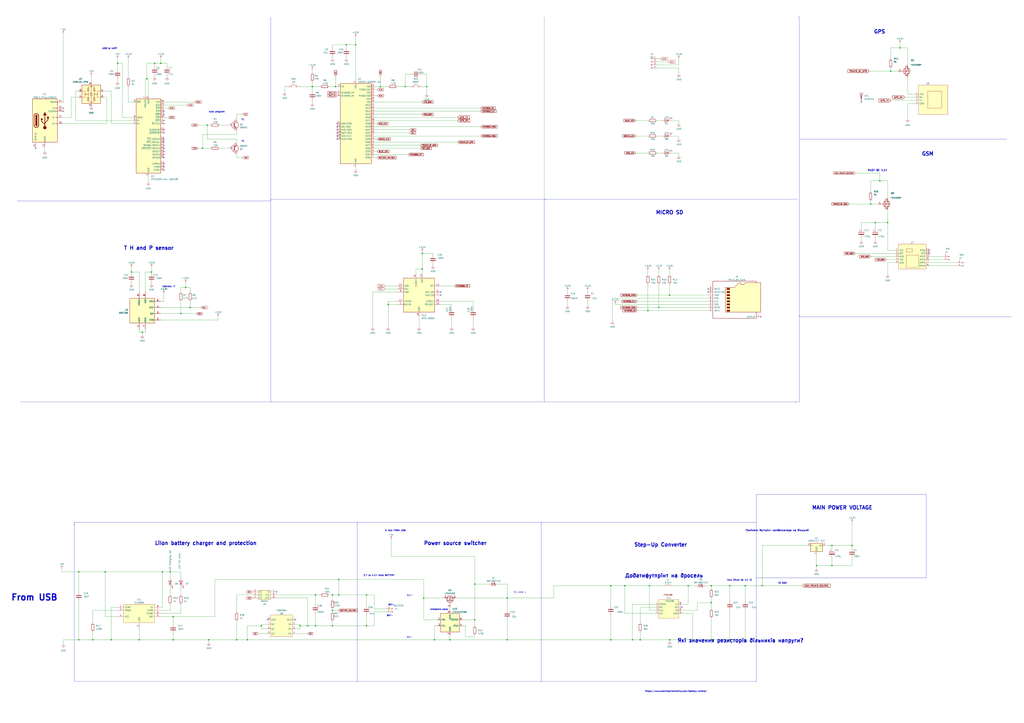
<source format=kicad_sch>
(kicad_sch (version 20230121) (generator eeschema)
  (paper "A1")
  (junction (at 670.56 464.82))
  (junction (at 156.21 252.73))
  (junction (at 332.74 71.12))
  (junction (at 252.73 514.35))
  (junction (at 76.2 525.78))
  (junction (at 194.31 525.78))
  (junction (at 532.13 255.27))
  (junction (at 124.46 223.52))
  (junction (at 171.45 525.78))
  (junction (at 284.48 36.83))
  (junction (at 347.98 491.49))
  (junction (at 599.44 481.33))
  (junction (at 728.98 182.88))
  (junction (at 278.13 476.25))
  (junction (at 533.4 481.33))
  (junction (at 568.96 525.78))
  (junction (at 584.2 481.33))
  (junction (at 722.63 148.59))
  (junction (at 64.77 525.78))
  (junction (at 541.02 252.73))
  (junction (at 718.82 182.88))
  (junction (at 64.77 469.9))
  (junction (at 369.57 525.78))
  (junction (at 170.18 102.87))
  (junction (at 584.2 525.78))
  (junction (at 549.91 242.57))
  (junction (at 166.37 121.92))
  (junction (at 350.52 71.12))
  (junction (at 132.08 52.07))
  (junction (at 525.78 525.78))
  (junction (at 519.43 525.78))
  (junction (at 565.15 481.33))
  (junction (at 549.91 525.78))
  (junction (at 584.2 495.3))
  (junction (at 699.77 448.31))
  (junction (at 626.11 481.33))
  (junction (at 739.14 39.37))
  (junction (at 114.3 525.78))
  (junction (at 300.99 514.35))
  (junction (at 142.24 525.78))
  (junction (at 152.4 236.22))
  (junction (at 259.08 514.35))
  (junction (at 356.87 525.78))
  (junction (at 318.77 250.19))
  (junction (at 501.65 481.33))
  (junction (at 107.95 223.52))
  (junction (at 731.52 58.42))
  (junction (at 312.42 71.12))
  (junction (at 148.59 257.81))
  (junction (at 96.52 52.07))
  (junction (at 133.35 469.9))
  (junction (at 300.99 488.95))
  (junction (at 346.71 220.98))
  (junction (at 389.89 480.06))
  (junction (at 599.44 525.78))
  (junction (at 612.14 481.33))
  (junction (at 275.59 71.12))
  (junction (at 416.56 491.49))
  (junction (at 259.08 488.95))
  (junction (at 139.7 469.9))
  (junction (at 214.63 514.35))
  (junction (at 203.2 525.78))
  (junction (at 273.05 501.65))
  (junction (at 389.89 509.27))
  (junction (at 683.26 464.82))
  (junction (at 416.56 525.78))
  (junction (at 142.24 506.73))
  (junction (at 715.01 167.64))
  (junction (at 273.05 488.95))
  (junction (at 86.36 469.9))
  (junction (at 116.84 273.05))
  (junction (at 127 52.07))
  (junction (at 91.44 525.78))
  (junction (at 501.65 525.78))
  (junction (at 278.13 488.95))
  (junction (at 273.05 514.35))
  (junction (at 256.54 71.12))
  (junction (at 246.38 514.35))
  (junction (at 513.08 481.33))
  (junction (at 292.1 36.83))
  (junction (at 346.71 208.28))
  (junction (at 683.26 448.31))
  (junction (at 120.65 64.77))
  (no_connect (at 361.95 242.57))
  (no_connect (at 581.66 237.49))
  (no_connect (at 560.07 499.11))
  (no_connect (at 52.07 88.9))
  (no_connect (at 134.62 116.84))
  (no_connect (at 134.62 137.16))
  (no_connect (at 134.62 121.92))
  (no_connect (at 763.27 208.28))
  (no_connect (at 242.57 509.27))
  (no_connect (at 134.62 106.68))
  (no_connect (at 227.33 486.41))
  (no_connect (at 276.86 111.76))
  (no_connect (at 29.21 121.92))
  (no_connect (at 134.62 127))
  (no_connect (at 134.62 99.06))
  (no_connect (at 134.62 139.7))
  (no_connect (at 219.71 509.27))
  (no_connect (at 134.62 93.98))
  (no_connect (at 707.39 83.82))
  (no_connect (at 134.62 101.6))
  (no_connect (at 134.62 109.22))
  (no_connect (at 134.62 91.44))
  (no_connect (at 624.84 260.35))
  (no_connect (at 276.86 114.3))
  (no_connect (at 581.66 240.03))
  (no_connect (at 276.86 106.68))
  (no_connect (at 276.86 101.6))
  (no_connect (at 361.95 240.03))
  (no_connect (at 763.27 205.74))
  (no_connect (at 276.86 104.14))
  (no_connect (at 134.62 124.46))
  (no_connect (at 276.86 109.22))
  (no_connect (at 134.62 114.3))
  (no_connect (at 134.62 119.38))
  (no_connect (at 134.62 134.62))
  (no_connect (at 134.62 129.54))
  (no_connect (at 52.07 91.44))
  (wire (pts (xy 745.49 63.5) (xy 745.49 77.47)))
  (wire (pts (xy 745.49 85.09) (xy 745.49 97.79)))
  (wire (pts (xy 96.52 501.65) (xy 76.2 501.65)))
  (wire (pts (xy 124.46 224.79) (xy 124.46 223.52)))
  (wire (pts (xy 64.77 525.78) (xy 52.07 525.78)))
  (wire (pts (xy 727.71 213.36) (xy 735.33 213.36)))
  (wire (pts (xy 132.08 501.65) (xy 139.7 501.65)))
  (wire (pts (xy 737.87 58.42) (xy 731.52 58.42)))
  (wire (pts (xy 148.59 247.65) (xy 148.59 257.81)))
  (wire (pts (xy 551.18 99.06) (xy 557.53 99.06)))
  (wire (pts (xy 256.54 67.31) (xy 256.54 71.12)))
  (wire (pts (xy 76.2 501.65) (xy 76.2 511.81)))
  (wire (pts (xy 389.89 457.2) (xy 389.89 480.06)))
  (wire (pts (xy 148.59 504.19) (xy 148.59 496.57)))
  (polyline (pts (xy 448.31 163.83) (xy 447.04 163.83)))
  (wire (pts (xy 132.08 257.81) (xy 148.59 257.81)))
  (wire (pts (xy 715.01 210.82) (xy 735.33 210.82)))
  (wire (pts (xy 728.98 182.88) (xy 728.98 205.74)))
  (wire (pts (xy 278.13 476.25) (xy 347.98 476.25)))
  (wire (pts (xy 180.34 102.87) (xy 186.69 102.87)))
  (wire (pts (xy 345.44 60.96) (xy 350.52 60.96)))
  (wire (pts (xy 523.24 252.73) (xy 541.02 252.73)))
  (wire (pts (xy 318.77 250.19) (xy 318.77 269.24)))
  (wire (pts (xy 275.59 62.23) (xy 275.59 71.12)))
  (polyline (pts (xy 16.51 330.2) (xy 223.52 330.2)))
  (wire (pts (xy 375.92 96.52) (xy 307.34 96.52)))
  (wire (pts (xy 219.71 513.08) (xy 214.63 513.08)))
  (wire (pts (xy 697.23 167.64) (xy 715.01 167.64)))
  (wire (pts (xy 745.49 77.47) (xy 751.84 77.47)))
  (wire (pts (xy 62.23 99.06) (xy 109.22 99.06)))
  (wire (pts (xy 707.39 182.88) (xy 707.39 187.96)))
  (wire (pts (xy 256.54 71.12) (xy 256.54 74.93)))
  (wire (pts (xy 300.99 488.95) (xy 307.34 488.95)))
  (wire (pts (xy 307.34 106.68) (xy 336.55 106.68)))
  (wire (pts (xy 96.52 52.07) (xy 100.33 52.07)))
  (wire (pts (xy 501.65 505.46) (xy 501.65 525.78)))
  (wire (pts (xy 599.44 481.33) (xy 612.14 481.33)))
  (wire (pts (xy 278.13 488.95) (xy 300.99 488.95)))
  (wire (pts (xy 702.31 208.28) (xy 735.33 208.28)))
  (wire (pts (xy 105.41 71.12) (xy 105.41 83.82)))
  (wire (pts (xy 50.8 467.36) (xy 50.8 469.9)))
  (wire (pts (xy 252.73 514.35) (xy 252.73 491.49)))
  (wire (pts (xy 584.2 481.33) (xy 584.2 483.87)))
  (wire (pts (xy 521.97 99.06) (xy 532.13 99.06)))
  (wire (pts (xy 91.44 101.6) (xy 109.22 101.6)))
  (wire (pts (xy 312.42 62.23) (xy 312.42 71.12)))
  (wire (pts (xy 541.02 222.25) (xy 541.02 226.06)))
  (wire (pts (xy 246.38 516.89) (xy 242.57 516.89)))
  (wire (pts (xy 148.59 236.22) (xy 152.4 236.22)))
  (wire (pts (xy 256.54 82.55) (xy 256.54 85.09)))
  (wire (pts (xy 86.36 469.9) (xy 86.36 506.73)))
  (wire (pts (xy 321.31 457.2) (xy 389.89 457.2)))
  (wire (pts (xy 87.63 80.01) (xy 85.09 80.01)))
  (wire (pts (xy 312.42 71.12) (xy 318.77 71.12)))
  (wire (pts (xy 731.52 39.37) (xy 739.14 39.37)))
  (wire (pts (xy 300.99 505.46) (xy 300.99 514.35)))
  (wire (pts (xy 551.18 111.76) (xy 557.53 111.76)))
  (wire (pts (xy 416.56 480.06) (xy 416.56 491.49)))
  (wire (pts (xy 307.34 116.84) (xy 375.92 116.84)))
  (wire (pts (xy 139.7 482.6) (xy 139.7 488.95)))
  (wire (pts (xy 581.66 255.27) (xy 532.13 255.27)))
  (polyline (pts (xy 760.73 406.4) (xy 760.73 474.98)))
  (wire (pts (xy 373.38 234.95) (xy 361.95 234.95)))
  (wire (pts (xy 501.65 525.78) (xy 519.43 525.78)))
  (polyline (pts (xy 293.37 560.07) (xy 293.37 429.26)))
  (wire (pts (xy 345.44 121.92) (xy 307.34 121.92)))
  (wire (pts (xy 127 52.07) (xy 120.65 52.07)))
  (wire (pts (xy 549.91 233.68) (xy 549.91 242.57)))
  (wire (pts (xy 513.08 481.33) (xy 533.4 481.33)))
  (wire (pts (xy 454.66 491.49) (xy 454.66 481.33)))
  (wire (pts (xy 683.26 464.82) (xy 699.77 464.82)))
  (wire (pts (xy 699.77 448.31) (xy 699.77 450.85)))
  (wire (pts (xy 523.24 242.57) (xy 549.91 242.57)))
  (wire (pts (xy 347.98 491.49) (xy 347.98 509.27)))
  (polyline (pts (xy 621.03 560.07) (xy 444.5 560.07)))
  (wire (pts (xy 539.75 53.34) (xy 557.53 53.34)))
  (wire (pts (xy 389.89 480.06) (xy 389.89 509.27)))
  (wire (pts (xy 179.07 260.35) (xy 179.07 262.89)))
  (wire (pts (xy 369.57 525.78) (xy 416.56 525.78)))
  (polyline (pts (xy 444.5 429.26) (xy 444.5 560.07)))
  (wire (pts (xy 166.37 110.49) (xy 166.37 121.92)))
  (wire (pts (xy 233.68 71.12) (xy 233.68 76.2)))
  (wire (pts (xy 612.14 481.33) (xy 626.11 481.33)))
  (wire (pts (xy 523.24 247.65) (xy 581.66 247.65)))
  (wire (pts (xy 292.1 36.83) (xy 284.48 36.83)))
  (wire (pts (xy 539.75 50.8) (xy 548.64 50.8)))
  (wire (pts (xy 156.21 247.65) (xy 156.21 252.73)))
  (wire (pts (xy 259.08 488.95) (xy 259.08 496.57)))
  (wire (pts (xy 137.16 52.07) (xy 132.08 52.07)))
  (wire (pts (xy 142.24 506.73) (xy 176.53 506.73)))
  (wire (pts (xy 87.63 101.6) (xy 87.63 80.01)))
  (wire (pts (xy 702.31 142.24) (xy 722.63 142.24)))
  (wire (pts (xy 148.59 469.9) (xy 148.59 474.98)))
  (wire (pts (xy 670.56 455.93) (xy 670.56 464.82)))
  (wire (pts (xy 307.34 502.92) (xy 307.34 514.35)))
  (wire (pts (xy 134.62 96.52) (xy 138.43 96.52)))
  (wire (pts (xy 513.08 504.19) (xy 538.48 504.19)))
  (wire (pts (xy 58.42 96.52) (xy 58.42 80.01)))
  (wire (pts (xy 203.2 525.78) (xy 356.87 525.78)))
  (wire (pts (xy 273.05 488.95) (xy 278.13 488.95)))
  (wire (pts (xy 148.59 482.6) (xy 148.59 488.95)))
  (wire (pts (xy 96.52 48.26) (xy 96.52 52.07)))
  (wire (pts (xy 742.95 80.01) (xy 751.84 80.01)))
  (wire (pts (xy 763.27 215.9) (xy 786.13 215.9)))
  (wire (pts (xy 416.56 525.78) (xy 501.65 525.78)))
  (wire (pts (xy 447.04 13.97) (xy 447.04 163.83)))
  (wire (pts (xy 139.7 501.65) (xy 139.7 496.57)))
  (wire (pts (xy 96.52 57.15) (xy 96.52 52.07)))
  (wire (pts (xy 292.1 137.16) (xy 292.1 139.7)))
  (wire (pts (xy 194.31 510.54) (xy 194.31 525.78)))
  (wire (pts (xy 557.53 125.73) (xy 557.53 128.27)))
  (wire (pts (xy 252.73 514.35) (xy 259.08 514.35)))
  (polyline (pts (xy 656.59 330.2) (xy 652.78 330.2)))
  (wire (pts (xy 214.63 513.08) (xy 214.63 514.35)))
  (wire (pts (xy 132.08 504.19) (xy 148.59 504.19)))
  (wire (pts (xy 394.97 88.9) (xy 307.34 88.9)))
  (wire (pts (xy 341.63 220.98) (xy 341.63 224.79)))
  (wire (pts (xy 728.98 205.74) (xy 735.33 205.74)))
  (wire (pts (xy 359.41 509.27) (xy 347.98 509.27)))
  (wire (pts (xy 538.48 499.11) (xy 525.78 499.11)))
  (polyline (pts (xy 621.03 429.26) (xy 621.03 406.4)))
  (wire (pts (xy 284.48 36.83) (xy 273.05 36.83)))
  (wire (pts (xy 560.07 504.19) (xy 568.96 504.19)))
  (wire (pts (xy 341.63 220.98) (xy 346.71 220.98)))
  (wire (pts (xy 170.18 102.87) (xy 172.72 102.87)))
  (wire (pts (xy 335.28 127) (xy 307.34 127)))
  (wire (pts (xy 96.52 506.73) (xy 86.36 506.73)))
  (wire (pts (xy 579.12 481.33) (xy 584.2 481.33)))
  (wire (pts (xy 278.13 501.65) (xy 273.05 501.65)))
  (polyline (pts (xy 621.03 406.4) (xy 760.73 406.4)))
  (wire (pts (xy 96.52 499.11) (xy 91.44 499.11)))
  (wire (pts (xy 532.13 255.27) (xy 532.13 233.68)))
  (wire (pts (xy 670.56 464.82) (xy 683.26 464.82)))
  (wire (pts (xy 307.34 114.3) (xy 309.88 114.3)))
  (wire (pts (xy 194.31 97.79) (xy 194.31 93.98)))
  (wire (pts (xy 408.94 480.06) (xy 416.56 480.06)))
  (wire (pts (xy 718.82 182.88) (xy 707.39 182.88)))
  (wire (pts (xy 584.2 525.78) (xy 599.44 525.78)))
  (wire (pts (xy 105.41 83.82) (xy 109.22 83.82)))
  (wire (pts (xy 541.02 252.73) (xy 581.66 252.73)))
  (wire (pts (xy 346.71 83.82) (xy 307.34 83.82)))
  (wire (pts (xy 252.73 491.49) (xy 227.33 491.49)))
  (wire (pts (xy 105.41 48.26) (xy 105.41 63.5)))
  (wire (pts (xy 107.95 232.41) (xy 107.95 233.68)))
  (wire (pts (xy 565.15 481.33) (xy 571.5 481.33)))
  (wire (pts (xy 227.33 488.95) (xy 259.08 488.95)))
  (wire (pts (xy 152.4 236.22) (xy 156.21 236.22)))
  (wire (pts (xy 549.91 222.25) (xy 549.91 226.06)))
  (wire (pts (xy 612.14 481.33) (xy 612.14 494.03)))
  (wire (pts (xy 127 52.07) (xy 127 54.61)))
  (wire (pts (xy 584.2 481.33) (xy 599.44 481.33)))
  (wire (pts (xy 252.73 520.7) (xy 242.57 520.7)))
  (wire (pts (xy 346.71 207.01) (xy 346.71 208.28)))
  (wire (pts (xy 557.53 48.26) (xy 557.53 53.34)))
  (wire (pts (xy 236.22 71.12) (xy 233.68 71.12)))
  (wire (pts (xy 584.2 508) (xy 584.2 525.78)))
  (wire (pts (xy 731.52 82.55) (xy 751.84 82.55)))
  (polyline (pts (xy 656.59 215.9) (xy 656.59 260.35)))
  (wire (pts (xy 120.65 64.77) (xy 121.92 64.77)))
  (wire (pts (xy 306.07 240.03) (xy 306.07 269.24)))
  (wire (pts (xy 466.09 251.46) (xy 466.09 247.65)))
  (wire (pts (xy 505.46 250.19) (xy 581.66 250.19)))
  (wire (pts (xy 728.98 148.59) (xy 728.98 162.56)))
  (wire (pts (xy 162.56 121.92) (xy 166.37 121.92)))
  (wire (pts (xy 203.2 514.35) (xy 203.2 525.78)))
  (polyline (pts (xy 60.96 560.07) (xy 295.91 560.07)))
  (wire (pts (xy 599.44 525.78) (xy 612.14 525.78)))
  (polyline (pts (xy 293.37 429.26) (xy 444.5 429.26)))
  (wire (pts (xy 300.99 514.35) (xy 307.34 514.35)))
  (wire (pts (xy 76.2 519.43) (xy 76.2 525.78)))
  (wire (pts (xy 626.11 481.33) (xy 626.11 448.31)))
  (wire (pts (xy 584.2 495.3) (xy 584.2 491.49)))
  (wire (pts (xy 273.05 36.83) (xy 273.05 39.37)))
  (wire (pts (xy 379.73 509.27) (xy 389.89 509.27)))
  (wire (pts (xy 416.56 491.49) (xy 416.56 501.65)))
  (wire (pts (xy 350.52 71.12) (xy 350.52 77.47)))
  (wire (pts (xy 100.33 96.52) (xy 109.22 96.52)))
  (wire (pts (xy 194.31 488.95) (xy 194.31 502.92)))
  (wire (pts (xy 382.27 514.35) (xy 379.73 514.35)))
  (wire (pts (xy 382.27 514.35) (xy 382.27 523.24)))
  (wire (pts (xy 273.05 501.65) (xy 273.05 502.92)))
  (wire (pts (xy 482.6 251.46) (xy 482.6 247.65)))
  (wire (pts (xy 344.17 269.24) (xy 344.17 260.35)))
  (wire (pts (xy 332.74 71.12) (xy 336.55 71.12)))
  (wire (pts (xy 718.82 182.88) (xy 728.98 182.88)))
  (wire (pts (xy 394.97 111.76) (xy 307.34 111.76)))
  (wire (pts (xy 751.84 85.09) (xy 745.49 85.09)))
  (wire (pts (xy 321.31 443.23) (xy 321.31 457.2)))
  (wire (pts (xy 715.01 157.48) (xy 715.01 148.59)))
  (wire (pts (xy 256.54 71.12) (xy 262.89 71.12)))
  (wire (pts (xy 538.48 496.57) (xy 519.43 496.57)))
  (wire (pts (xy 539.75 125.73) (xy 543.56 125.73)))
  (wire (pts (xy 124.46 232.41) (xy 124.46 233.68)))
  (wire (pts (xy 521.97 125.73) (xy 532.13 125.73)))
  (wire (pts (xy 346.71 93.98) (xy 307.34 93.98)))
  (wire (pts (xy 525.78 499.11) (xy 525.78 511.81)))
  (wire (pts (xy 91.44 525.78) (xy 114.3 525.78)))
  (wire (pts (xy 76.2 525.78) (xy 91.44 525.78)))
  (wire (pts (xy 273.05 500.38) (xy 273.05 501.65)))
  (polyline (pts (xy 447.04 163.83) (xy 447.04 330.2)))
  (wire (pts (xy 52.07 525.78) (xy 52.07 529.59)))
  (wire (pts (xy 699.77 458.47) (xy 699.77 464.82)))
  (wire (pts (xy 599.44 481.33) (xy 599.44 494.03)))
  (polyline (pts (xy 222.25 330.2) (xy 222.25 163.83)))
  (wire (pts (xy 565.15 481.33) (xy 565.15 496.57)))
  (wire (pts (xy 581.66 245.11) (xy 502.92 245.11)))
  (wire (pts (xy 107.95 223.52) (xy 107.95 224.79)))
  (wire (pts (xy 162.56 102.87) (xy 170.18 102.87)))
  (wire (pts (xy 332.74 60.96) (xy 332.74 71.12)))
  (wire (pts (xy 316.23 234.95) (xy 326.39 234.95)))
  (wire (pts (xy 389.89 509.27) (xy 389.89 514.35)))
  (wire (pts (xy 148.59 240.03) (xy 148.59 236.22)))
  (wire (pts (xy 552.45 481.33) (xy 565.15 481.33)))
  (wire (pts (xy 713.74 58.42) (xy 731.52 58.42)))
  (wire (pts (xy 501.65 481.33) (xy 513.08 481.33)))
  (wire (pts (xy 137.16 52.07) (xy 137.16 54.61)))
  (wire (pts (xy 292.1 36.83) (xy 292.1 66.04)))
  (wire (pts (xy 114.3 525.78) (xy 142.24 525.78)))
  (wire (pts (xy 551.18 125.73) (xy 557.53 125.73)))
  (wire (pts (xy 326.39 247.65) (xy 318.77 247.65)))
  (polyline (pts (xy 656.59 114.3) (xy 826.77 114.3)))
  (wire (pts (xy 382.27 523.24) (xy 389.89 523.24)))
  (wire (pts (xy 52.07 101.6) (xy 87.63 101.6)))
  (wire (pts (xy 683.26 458.47) (xy 683.26 464.82)))
  (wire (pts (xy 502.92 245.11) (xy 502.92 264.16)))
  (polyline (pts (xy 656.59 114.3) (xy 656.59 13.97)))
  (wire (pts (xy 721.36 167.64) (xy 715.01 167.64)))
  (wire (pts (xy 731.52 58.42) (xy 731.52 55.88)))
  (wire (pts (xy 273.05 514.35) (xy 300.99 514.35)))
  (wire (pts (xy 307.34 71.12) (xy 312.42 71.12)))
  (wire (pts (xy 612.14 501.65) (xy 612.14 525.78)))
  (wire (pts (xy 565.15 496.57) (xy 560.07 496.57)))
  (wire (pts (xy 307.34 78.74) (xy 309.88 78.74)))
  (wire (pts (xy 361.95 250.19) (xy 370.84 250.19)))
  (wire (pts (xy 180.34 121.92) (xy 186.69 121.92)))
  (polyline (pts (xy 654.05 163.83) (xy 655.32 163.83)))
  (wire (pts (xy 739.14 39.37) (xy 745.49 39.37)))
  (wire (pts (xy 346.71 220.98) (xy 346.71 224.79)))
  (wire (pts (xy 513.08 481.33) (xy 513.08 504.19)))
  (wire (pts (xy 171.45 528.32) (xy 171.45 525.78)))
  (wire (pts (xy 107.95 223.52) (xy 114.3 223.52)))
  (polyline (pts (xy 760.73 474.98) (xy 621.03 474.98)))
  (wire (pts (xy 718.82 195.58) (xy 718.82 198.12)))
  (wire (pts (xy 212.09 520.7) (xy 219.71 520.7)))
  (wire (pts (xy 259.08 514.35) (xy 273.05 514.35)))
  (wire (pts (xy 718.82 187.96) (xy 718.82 182.88)))
  (wire (pts (xy 156.21 236.22) (xy 156.21 240.03)))
  (wire (pts (xy 292.1 30.48) (xy 292.1 36.83)))
  (wire (pts (xy 326.39 71.12) (xy 332.74 71.12)))
  (wire (pts (xy 745.49 39.37) (xy 745.49 53.34)))
  (wire (pts (xy 107.95 219.71) (xy 107.95 223.52)))
  (wire (pts (xy 482.6 240.03) (xy 482.6 238.76)))
  (wire (pts (xy 549.91 527.05) (xy 549.91 525.78)))
  (wire (pts (xy 519.43 525.78) (xy 525.78 525.78)))
  (wire (pts (xy 214.63 516.89) (xy 219.71 516.89)))
  (polyline (pts (xy 13.97 165.1) (xy 222.25 165.1)))
  (wire (pts (xy 137.16 62.23) (xy 137.16 63.5)))
  (wire (pts (xy 64.77 74.93) (xy 62.23 74.93)))
  (wire (pts (xy 568.96 504.19) (xy 568.96 525.78)))
  (wire (pts (xy 119.38 64.77) (xy 120.65 64.77)))
  (wire (pts (xy 259.08 504.19) (xy 259.08 514.35)))
  (wire (pts (xy 549.91 242.57) (xy 581.66 242.57)))
  (wire (pts (xy 337.82 60.96) (xy 332.74 60.96)))
  (wire (pts (xy 763.27 210.82) (xy 774.7 210.82)))
  (wire (pts (xy 171.45 525.78) (xy 194.31 525.78)))
  (wire (pts (xy 246.38 514.35) (xy 252.73 514.35)))
  (wire (pts (xy 259.08 488.95) (xy 262.89 488.95)))
  (wire (pts (xy 114.3 273.05) (xy 116.84 273.05)))
  (wire (pts (xy 370.84 250.19) (xy 370.84 254)))
  (wire (pts (xy 270.51 488.95) (xy 273.05 488.95)))
  (wire (pts (xy 307.34 500.38) (xy 317.5 500.38)))
  (wire (pts (xy 541.02 252.73) (xy 541.02 233.68)))
  (wire (pts (xy 519.43 496.57) (xy 519.43 525.78)))
  (polyline (pts (xy 222.25 13.97) (xy 222.25 165.1)))
  (wire (pts (xy 176.53 476.25) (xy 278.13 476.25)))
  (wire (pts (xy 119.38 223.52) (xy 124.46 223.52)))
  (wire (pts (xy 683.26 448.31) (xy 699.77 448.31)))
  (wire (pts (xy 728.98 172.72) (xy 728.98 182.88)))
  (wire (pts (xy 728.98 215.9) (xy 728.98 226.06)))
  (wire (pts (xy 549.91 525.78) (xy 568.96 525.78)))
  (wire (pts (xy 284.48 36.83) (xy 284.48 39.37)))
  (wire (pts (xy 369.57 499.11) (xy 369.57 501.65)))
  (wire (pts (xy 52.07 96.52) (xy 58.42 96.52)))
  (wire (pts (xy 50.8 469.9) (xy 64.77 469.9)))
  (wire (pts (xy 132.08 252.73) (xy 156.21 252.73)))
  (wire (pts (xy 116.84 273.05) (xy 116.84 275.59)))
  (wire (pts (xy 132.08 52.07) (xy 132.08 48.26)))
  (wire (pts (xy 156.21 252.73) (xy 165.1 252.73)))
  (wire (pts (xy 86.36 469.9) (xy 64.77 469.9)))
  (wire (pts (xy 166.37 121.92) (xy 172.72 121.92)))
  (wire (pts (xy 52.07 27.94) (xy 52.07 83.82)))
  (polyline (pts (xy 656.59 259.08) (xy 656.59 330.2)))
  (wire (pts (xy 194.31 129.54) (xy 199.39 129.54)))
  (wire (pts (xy 568.96 525.78) (xy 584.2 525.78)))
  (wire (pts (xy 307.34 73.66) (xy 309.88 73.66)))
  (wire (pts (xy 370.84 269.24) (xy 370.84 261.62)))
  (wire (pts (xy 533.4 481.33) (xy 533.4 501.65)))
  (wire (pts (xy 356.87 525.78) (xy 369.57 525.78)))
  (wire (pts (xy 64.77 525.78) (xy 76.2 525.78)))
  (wire (pts (xy 120.65 52.07) (xy 120.65 64.77)))
  (wire (pts (xy 345.44 119.38) (xy 307.34 119.38)))
  (wire (pts (xy 132.08 247.65) (xy 134.62 247.65)))
  (wire (pts (xy 91.44 74.93) (xy 91.44 101.6)))
  (wire (pts (xy 394.97 91.44) (xy 307.34 91.44)))
  (wire (pts (xy 763.27 218.44) (xy 786.13 218.44)))
  (wire (pts (xy 100.33 52.07) (xy 100.33 96.52)))
  (wire (pts (xy 194.31 127) (xy 194.31 129.54)))
  (wire (pts (xy 121.92 149.86) (xy 121.92 144.78)))
  (wire (pts (xy 242.57 513.08) (xy 246.38 513.08)))
  (wire (pts (xy 214.63 514.35) (xy 214.63 516.89)))
  (wire (pts (xy 194.31 525.78) (xy 203.2 525.78)))
  (wire (pts (xy 317.5 502.92) (xy 307.34 502.92)))
  (polyline (pts (xy 655.32 13.97) (xy 656.59 13.97)))
  (wire (pts (xy 416.56 491.49) (xy 454.66 491.49)))
  (wire (pts (xy 309.88 124.46) (xy 307.34 124.46)))
  (wire (pts (xy 133.35 469.9) (xy 133.35 499.11)))
  (wire (pts (xy 707.39 195.58) (xy 707.39 198.12)))
  (wire (pts (xy 127 63.5) (xy 127 62.23)))
  (wire (pts (xy 96.52 67.31) (xy 96.52 64.77)))
  (wire (pts (xy 273.05 510.54) (xy 273.05 514.35)))
  (wire (pts (xy 307.34 99.06) (xy 375.92 99.06)))
  (wire (pts (xy 273.05 488.95) (xy 273.05 492.76)))
  (wire (pts (xy 539.75 99.06) (xy 543.56 99.06)))
  (wire (pts (xy 309.88 101.6) (xy 307.34 101.6)))
  (wire (pts (xy 119.38 240.03) (xy 119.38 223.52)))
  (wire (pts (xy 309.88 129.54) (xy 307.34 129.54)))
  (wire (pts (xy 307.34 109.22) (xy 336.55 109.22)))
  (wire (pts (xy 346.71 71.12) (xy 350.52 71.12)))
  (wire (pts (xy 246.38 513.08) (xy 246.38 514.35)))
  (wire (pts (xy 307.34 488.95) (xy 307.34 500.38)))
  (wire (pts (xy 532.13 222.25) (xy 532.13 226.06)))
  (wire (pts (xy 270.51 71.12) (xy 275.59 71.12)))
  (wire (pts (xy 350.52 60.96) (xy 350.52 71.12)))
  (wire (pts (xy 355.6 218.44) (xy 355.6 217.17)))
  (polyline (pts (xy 656.59 260.35) (xy 830.58 260.35)))
  (wire (pts (xy 134.62 88.9) (xy 138.43 88.9)))
  (wire (pts (xy 36.83 121.92) (xy 36.83 124.46)))
  (wire (pts (xy 626.11 448.31) (xy 662.94 448.31)))
  (wire (pts (xy 369.57 521.97) (xy 369.57 525.78)))
  (wire (pts (xy 374.65 491.49) (xy 416.56 491.49)))
  (polyline (pts (xy 447.04 330.2) (xy 654.05 330.2)))
  (wire (pts (xy 114.3 516.89) (xy 114.3 525.78)))
  (wire (pts (xy 62.23 74.93) (xy 62.23 99.06)))
  (wire (pts (xy 722.63 148.59) (xy 728.98 148.59)))
  (wire (pts (xy 152.4 232.41) (xy 152.4 236.22)))
  (wire (pts (xy 347.98 491.49) (xy 364.49 491.49)))
  (wire (pts (xy 318.77 247.65) (xy 318.77 250.19)))
  (wire (pts (xy 557.53 111.76) (xy 557.53 114.3)))
  (polyline (pts (xy 60.96 429.26) (xy 60.96 431.8)))
  (wire (pts (xy 539.75 48.26) (xy 542.29 48.26)))
  (wire (pts (xy 273.05 48.26) (xy 273.05 46.99)))
  (wire (pts (xy 763.27 213.36) (xy 774.7 213.36)))
  (polyline (pts (xy 444.5 429.26) (xy 621.03 429.26)))
  (wire (pts (xy 538.48 501.65) (xy 533.4 501.65)))
  (wire (pts (xy 626.11 481.33) (xy 659.13 481.33)))
  (polyline (pts (xy 656.59 215.9) (xy 656.59 114.3)))
  (wire (pts (xy 124.46 219.71) (xy 124.46 223.52)))
  (wire (pts (xy 557.53 55.88) (xy 557.53 60.96)))
  (wire (pts (xy 525.78 519.43) (xy 525.78 525.78)))
  (wire (pts (xy 121.92 64.77) (xy 121.92 78.74)))
  (wire (pts (xy 356.87 514.35) (xy 359.41 514.35)))
  (wire (pts (xy 501.65 481.33) (xy 501.65 497.84)))
  (wire (pts (xy 203.2 514.35) (xy 214.63 514.35)))
  (wire (pts (xy 346.71 208.28) (xy 355.6 208.28)))
  (wire (pts (xy 116.84 273.05) (xy 119.38 273.05)))
  (wire (pts (xy 194.31 107.95) (xy 194.31 110.49)))
  (wire (pts (xy 176.53 506.73) (xy 176.53 476.25)))
  (wire (pts (xy 85.09 74.93) (xy 91.44 74.93)))
  (wire (pts (xy 735.33 215.9) (xy 728.98 215.9)))
  (polyline (pts (xy 293.37 429.26) (xy 60.96 429.26)))
  (wire (pts (xy 389.89 523.24) (xy 389.89 521.97)))
  (wire (pts (xy 127 52.07) (xy 132.08 52.07)))
  (wire (pts (xy 521.97 111.76) (xy 532.13 111.76)))
  (wire (pts (xy 533.4 481.33) (xy 544.83 481.33)))
  (wire (pts (xy 557.53 99.06) (xy 557.53 101.6)))
  (wire (pts (xy 134.62 86.36) (xy 153.67 86.36)))
  (wire (pts (xy 134.62 83.82) (xy 160.02 83.82)))
  (wire (pts (xy 132.08 499.11) (xy 133.35 499.11)))
  (polyline (pts (xy 621.03 429.26) (xy 621.03 560.07)))
  (wire (pts (xy 134.62 247.65) (xy 134.62 241.3)))
  (wire (pts (xy 539.75 111.76) (xy 543.56 111.76)))
  (wire (pts (xy 194.31 114.3) (xy 170.18 114.3)))
  (wire (pts (xy 142.24 525.78) (xy 171.45 525.78)))
  (wire (pts (xy 64.77 494.03) (xy 64.77 525.78)))
  (wire (pts (xy 523.24 255.27) (xy 532.13 255.27)))
  (wire (pts (xy 91.44 499.11) (xy 91.44 525.78)))
  (wire (pts (xy 86.36 469.9) (xy 133.35 469.9)))
  (wire (pts (xy 194.31 116.84) (xy 194.31 114.3)))
  (wire (pts (xy 356.87 525.78) (xy 356.87 514.35)))
  (wire (pts (xy 599.44 501.65) (xy 599.44 525.78)))
  (wire (pts (xy 119.38 78.74) (xy 119.38 64.77)))
  (wire (pts (xy 139.7 474.98) (xy 139.7 469.9)))
  (wire (pts (xy 300.99 488.95) (xy 300.99 497.84)))
  (wire (pts (xy 355.6 209.55) (xy 355.6 208.28)))
  (wire (pts (xy 74.93 62.23) (xy 74.93 67.31)))
  (wire (pts (xy 683.26 448.31) (xy 683.26 450.85)))
  (wire (pts (xy 132.08 506.73) (xy 142.24 506.73)))
  (wire (pts (xy 148.59 257.81) (xy 161.29 257.81)))
  (wire (pts (xy 139.7 469.9) (xy 148.59 469.9)))
  (wire (pts (xy 584.2 495.3) (xy 584.2 500.38)))
  (wire (pts (xy 560.07 501.65) (xy 572.77 501.65)))
  (wire (pts (xy 394.97 104.14) (xy 307.34 104.14)))
  (wire (pts (xy 142.24 520.7) (xy 142.24 525.78)))
  (wire (pts (xy 318.77 250.19) (xy 326.39 250.19)))
  (wire (pts (xy 739.14 35.56) (xy 739.14 39.37)))
  (wire (pts (xy 114.3 270.51) (xy 114.3 273.05)))
  (wire (pts (xy 256.54 57.15) (xy 256.54 59.69)))
  (wire (pts (xy 416.56 509.27) (xy 416.56 525.78)))
  (polyline (pts (xy 60.96 430.53) (xy 60.96 560.07)))
  (wire (pts (xy 715.01 167.64) (xy 715.01 165.1)))
  (wire (pts (xy 572.77 501.65) (xy 572.77 495.3)))
  (wire (pts (xy 346.71 208.28) (xy 346.71 220.98)))
  (wire (pts (xy 699.77 429.26) (xy 699.77 448.31)))
  (wire (pts (xy 246.38 514.35) (xy 246.38 516.89)))
  (wire (pts (xy 347.98 476.25) (xy 347.98 491.49)))
  (wire (pts (xy 388.62 247.65) (xy 388.62 254)))
  (wire (pts (xy 64.77 469.9) (xy 64.77 486.41)))
  (wire (pts (xy 275.59 71.12) (xy 276.86 71.12)))
  (wire (pts (xy 388.62 261.62) (xy 388.62 269.24)))
  (wire (pts (xy 278.13 476.25) (xy 278.13 488.95)))
  (wire (pts (xy 361.95 247.65) (xy 388.62 247.65)))
  (wire (pts (xy 670.56 467.36) (xy 670.56 464.82)))
  (wire (pts (xy 316.23 237.49) (xy 326.39 237.49)))
  (wire (pts (xy 326.39 240.03) (xy 306.07 240.03)))
  (polyline (pts (xy 222.25 163.83) (xy 654.05 163.83)))
  (wire (pts (xy 284.48 48.26) (xy 284.48 46.99)))
  (wire (pts (xy 678.18 448.31) (xy 683.26 448.31)))
  (wire (pts (xy 389.89 480.06) (xy 401.32 480.06)))
  (wire (pts (xy 722.63 142.24) (xy 722.63 148.59)))
  (wire (pts (xy 525.78 525.78) (xy 549.91 525.78)))
  (wire (pts (xy 170.18 114.3) (xy 170.18 102.87)))
  (wire (pts (xy 194.31 110.49) (xy 166.37 110.49)))
  (wire (pts (xy 114.3 223.52) (xy 114.3 240.03)))
  (wire (pts (xy 132.08 262.89) (xy 179.07 262.89)))
  (wire (pts (xy 454.66 481.33) (xy 501.65 481.33)))
  (wire (pts (xy 246.38 71.12) (xy 256.54 71.12)))
  (wire (pts (xy 731.52 48.26) (xy 731.52 39.37)))
  (polyline (pts (xy 447.04 330.2) (xy 222.25 330.2)))
  (wire (pts (xy 572.77 495.3) (xy 584.2 495.3)))
  (wire (pts (xy 207.01 488.95) (xy 194.31 488.95)))
  (wire (pts (xy 58.42 80.01) (xy 64.77 80.01)))
  (wire (pts (xy 194.31 93.98) (xy 199.39 93.98)))
  (wire (pts (xy 466.09 240.03) (xy 466.09 238.76)))
  (wire (pts (xy 715.01 148.59) (xy 722.63 148.59)))
  (wire (pts (xy 139.7 469.9) (xy 133.35 469.9)))
  (wire (pts (xy 539.75 55.88) (xy 557.53 55.88)))
  (wire (pts (xy 142.24 506.73) (xy 142.24 513.08)))
  (wire (pts (xy 119.38 273.05) (xy 119.38 270.51)))
  (polyline (pts (xy 444.5 560.07) (xy 295.91 560.07)))
  (text "MUST BE 4.1V\n" (at 712.47 140.97 0) (effects (font (size 1.5 1.5) (thickness 0.3) bold) (justify left bottom)))
  (text "Address '1'" (at 133.35 236.22 0) (effects (font (size 1.27 1.27) bold) (justify left bottom)))
  (text "ПЕРЕВІРИТИ СХЕМУ" (at 353.06 501.65 0) (effects (font (size 1 1) (thickness 0.3) bold) (justify left bottom)))
  (text "T H and P sensor" (at 101.6 205.74 0) (effects (font (size 3 3) bold) (justify left bottom)))
  (text "Auto program" (at 171.45 92.71 0) (effects (font (size 1.27 1.27) (thickness 0.254) bold) (justify left bottom)))
  (text "Додатифутпрінт на дросель" (at 513.08 474.98 0) (effects (font (size 3 3) bold) (justify left bottom)))
  (text "GSM" (at 756.92 128.27 0) (effects (font (size 3 3) bold) (justify left bottom)))
  (text "GPS" (at 717.55 27.94 0) (effects (font (size 3 3) bold) (justify left bottom)))
  (text "MAIN POWER VOLTAGE" (at 666.75 419.1 0) (effects (font (size 3 3) bold) (justify left bottom)))
  (text "Y1" (at 198.12 99.06 0) (effects (font (size 1.27 1.27) (thickness 0.254) bold) (justify left bottom)))
  (text "Power source switcher" (at 347.98 448.31 0) (effects (font (size 3 3) (thickness 0.6) bold) (justify left bottom)))
  (text "From USB" (at 8.89 494.03 0) (effects (font (size 5 5) bold) (justify left bottom)))
  (text "2.7 to 4.1V Volts BATTERY" (at 298.45 473.71 0) (effects (font (size 1.27 1.27) (thickness 0.254) bold) (justify left bottom)))
  (text "Y1" (at 198.12 116.84 0) (effects (font (size 1.27 1.27) (thickness 0.254) bold) (justify left bottom)))
  (text "Step-Up Converter" (at 520.7 449.58 0) (effects (font (size 3 3) bold) (justify left bottom)))
  (text "5 Volt FROM USB" (at 316.23 436.88 0) (effects (font (size 1.27 1.27) (thickness 0.254) bold) (justify left bottom)))
  (text "Поміняти Футпрінт конденсатора на більший" (at 612.14 436.88 0) (effects (font (size 1.5 1.5) (thickness 0.3) bold) (justify left bottom)))
  (text "BAT+" (at 318.77 497.84 0) (effects (font (size 1.27 1.27) bold) (justify left bottom)))
  (text "USB to UART" (at 83.82 40.64 0) (effects (font (size 1.27 1.27) (thickness 0.254) bold) (justify left bottom)))
  (text "TO LOAD +" (at 421.64 487.68 0) (effects (font (size 1.27 1.27)) (justify left bottom)))
  (text "TO GSM" (at 638.81 480.06 0) (effects (font (size 1.27 1.27) bold) (justify left bottom)))
  (text "BAT+" (at 334.01 490.22 0) (effects (font (size 1.27 1.27)) (justify left bottom)))
  (text "MICRO SD" (at 538.48 176.53 0) (effects (font (size 3 3) bold) (justify left bottom)))
  (text "BAT-" (at 317.5 506.73 0) (effects (font (size 1.27 1.27) bold) (justify left bottom)))
  (text "Які значення резисторів дільників напруги?\n" (at 556.26 528.32 0) (effects (font (size 3 3) bold) (justify left bottom)))
  (text "Vout (Must be 4.1 V)" (at 596.9 477.52 0) (effects (font (size 1.27 1.27) bold) (justify left bottom)))
  (text "LiIon battery charger and protection" (at 127 448.31 0) (effects (font (size 3 3) bold) (justify left bottom)))
  (text "https://www.electroschematics.com/battery-shield/" (at 529.59 568.96 0) (effects (font (size 1.27 1.27) bold) (justify left bottom)))
  (text "BAT-" (at 334.01 524.51 0) (effects (font (size 1.27 1.27)) (justify left bottom)))
  (global_label "GPS_RX" (shape input) (at 742.95 80.01 180) (effects (font (thickness 0.254) bold)) (property "Intersheetrefs" "${INTERSHEET_REFS}" (effects hide)))
  (global_label "RED_LED" (shape input) (at 309.88 101.6 0) (effects (font (size 1 1) (thickness 0.254) bold)) (property "Intersheetrefs" "${INTERSHEET_REFS}" (effects hide)))
  (global_label "POWER_OF_GPS" (shape input) (at 713.74 58.42 180) (effects (font (thickness 0.254) bold)) (property "Intersheetrefs" "${INTERSHEET_REFS}" (effects hide)))
  (global_label "SEN_VN" (shape input) (at 276.86 78.74 180) (effects (font (size 1 1) bold)) (property "Intersheetrefs" "${INTERSHEET_REFS}" (effects hide)))
  (global_label "GPS_RX" (shape input) (at 375.92 99.06 0) (effects (font (thickness 0.254) bold)) (property "Intersheetrefs" "${INTERSHEET_REFS}" (effects hide)))
  (global_label "SCL" (shape input) (at 548.64 50.8 0) (property "Intersheetrefs" "${INTERSHEET_REFS}" (effects hide)))
  (global_label "BATTERY_VOLTAGE" (shape input) (at 278.13 501.65 0) (effects (font (size 1 1) (thickness 0.254) bold)) (property "Intersheetrefs" "${INTERSHEET_REFS}" (effects hide)))
  (global_label "POWER_OF_GPS" (shape input) (at 375.92 116.84 0) (effects (font (size 1 1) (thickness 0.254) bold)) (property "Intersheetrefs" "${INTERSHEET_REFS}" (effects hide)))
  (global_label "OD" (shape input) (at 252.73 520.7 0) (effects (font (size 1 1) (thickness 0.2) bold)) (property "Intersheetrefs" "${INTERSHEET_REFS}" (effects hide)))
  (global_label "RXD" (shape input) (at 160.02 83.82 0) (effects (font (size 1 1) (thickness 0.2) bold)) (property "Intersheetrefs" "${INTERSHEET_REFS}" (effects hide)))
  (global_label "SCL" (shape input) (at 165.1 252.73 0) (effects (font (size 1 1) (thickness 0.2) bold)) (property "Intersheetrefs" "${INTERSHEET_REFS}" (effects hide)))
  (global_label "OD" (shape input) (at 207.01 491.49 180) (effects (font (size 1 1) (thickness 0.2) bold)) (property "Intersheetrefs" "${INTERSHEET_REFS}" (effects hide)))
  (global_label "MICROSD_MOSI" (shape input) (at 394.97 111.76 0) (effects (font (size 1 1) (thickness 0.254) bold)) (property "Intersheetrefs" "${INTERSHEET_REFS}" (effects hide)))
  (global_label "RST_GSM" (shape input) (at 345.44 121.92 0) (effects (font (size 1 1) (thickness 0.254) bold)) (property "Intersheetrefs" "${INTERSHEET_REFS}" (effects hide)))
  (global_label "GREEN_LED" (shape input) (at 521.97 111.76 180) (effects (font (size 1 1) (thickness 0.254) bold)) (property "Intersheetrefs" "${INTERSHEET_REFS}" (effects hide)))
  (global_label "POWER_OF_GSM" (shape input) (at 697.23 167.64 180) (effects (font (size 1 1) (thickness 0.254) bold)) (property "Intersheetrefs" "${INTERSHEET_REFS}" (effects hide)))
  (global_label "POWER_OF_GSM" (shape input) (at 345.44 119.38 0) (effects (font (size 1 1) (thickness 0.254) bold)) (property "Intersheetrefs" "${INTERSHEET_REFS}" (effects hide)))
  (global_label "SDA" (shape input) (at 336.55 106.68 0) (effects (font (size 1 1) (thickness 0.2) bold)) (property "Intersheetrefs" "${INTERSHEET_REFS}" (effects hide)))
  (global_label "MICROSD_CLK" (shape input) (at 394.97 91.44 0) (effects (font (size 1 1) (thickness 0.254) bold)) (property "Intersheetrefs" "${INTERSHEET_REFS}" (effects hide)))
  (global_label "OC" (shape input) (at 212.09 520.7 180) (effects (font (size 1 1) (thickness 0.2) bold)) (property "Intersheetrefs" "${INTERSHEET_REFS}" (effects hide)))
  (global_label "RST_GSM" (shape input) (at 702.31 208.28 180) (effects (font (size 1 1) (thickness 0.254) bold)) (property "Intersheetrefs" "${INTERSHEET_REFS}" (effects hide)))
  (global_label "SDA" (shape input) (at 542.29 48.26 0) (property "Intersheetrefs" "${INTERSHEET_REFS}" (effects hide)))
  (global_label "SCL" (shape input) (at 316.23 237.49 180) (property "Intersheetrefs" "${INTERSHEET_REFS}" (effects hide)))
  (global_label "GSM_POWER_SOURSE" (shape input) (at 702.31 142.24 180) (effects (font (size 1 1) bold)) (property "Intersheetrefs" "${INTERSHEET_REFS}" (effects hide)))
  (global_label "EN" (shape input) (at 275.59 62.23 90) (effects (font (size 1 1) (thickness 0.254) bold)) (property "Intersheetrefs" "${INTERSHEET_REFS}" (effects hide)))
  (global_label "IO0" (shape input) (at 312.42 62.23 90) (effects (font (size 1 1) (thickness 0.2) bold)) (property "Intersheetrefs" "${INTERSHEET_REFS}" (effects hide)))
  (global_label "DTS" (shape input) (at 138.43 88.9 0) (effects (font (size 1 1) (thickness 0.2) bold)) (property "Intersheetrefs" "${INTERSHEET_REFS}" (effects hide)))
  (global_label "RED_LED" (shape input) (at 521.97 125.73 180) (effects (font (size 1 1) (thickness 0.254) bold)) (property "Intersheetrefs" "${INTERSHEET_REFS}" (effects hide)))
  (global_label "SDA" (shape input) (at 161.29 257.81 0) (effects (font (size 1 1) (thickness 0.2) bold)) (property "Intersheetrefs" "${INTERSHEET_REFS}" (effects hide)))
  (global_label "TXD" (shape input) (at 153.67 86.36 0) (effects (font (size 1 1) (thickness 0.2) bold)) (property "Intersheetrefs" "${INTERSHEET_REFS}" (effects hide)))
  (global_label "TXD" (shape input) (at 309.88 73.66 0) (effects (font (size 1 1) (thickness 0.2) bold)) (property "Intersheetrefs" "${INTERSHEET_REFS}" (effects hide)))
  (global_label "MPU5060_INT" (shape input) (at 335.28 127 0) (effects (font (size 1 1) (thickness 0.254) bold)) (property "Intersheetrefs" "${INTERSHEET_REFS}" (effects hide)))
  (global_label "RXD_GSM" (shape input) (at 715.01 210.82 180) (effects (font (size 1 1) (thickness 0.254) bold)) (property "Intersheetrefs" "${INTERSHEET_REFS}" (effects hide)))
  (global_label "RXD" (shape input) (at 309.88 78.74 0) (effects (font (size 1 1) (thickness 0.2) bold)) (property "Intersheetrefs" "${INTERSHEET_REFS}" (effects hide)))
  (global_label "DTR" (shape input) (at 138.43 96.52 0) (effects (font (size 1 1) (thickness 0.2) bold)) (property "Intersheetrefs" "${INTERSHEET_REFS}" (effects hide)))
  (global_label "EN" (shape input) (at 199.39 93.98 0) (effects (font (size 1 1) (thickness 0.2) bold)) (property "Intersheetrefs" "${INTERSHEET_REFS}" (effects hide)))
  (global_label "DTR" (shape input) (at 162.56 102.87 180) (effects (font (size 1 1) (thickness 0.2) bold)) (property "Intersheetrefs" "${INTERSHEET_REFS}" (effects hide)))
  (global_label "GPS_TX" (shape input) (at 375.92 96.52 0) (effects (font (thickness 0.254) bold)) (property "Intersheetrefs" "${INTERSHEET_REFS}" (effects hide)))
  (global_label "MICROSD_CS" (shape input) (at 523.24 255.27 180) (effects (font (size 1 1) (thickness 0.254) bold)) (property "Intersheetrefs" "${INTERSHEET_REFS}" (effects hide)))
  (global_label "TXD_GSM" (shape input) (at 727.71 213.36 180) (effects (font (size 1 1) (thickness 0.254) bold)) (property "Intersheetrefs" "${INTERSHEET_REFS}" (effects hide)))
  (global_label "DTS" (shape input) (at 162.56 121.92 180) (effects (font (size 1 1) (thickness 0.2) bold)) (property "Intersheetrefs" "${INTERSHEET_REFS}" (effects hide)))
  (global_label "GREEN_LED" (shape input) (at 309.88 114.3 0) (effects (font (size 1 1) (thickness 0.254) bold)) (property "Intersheetrefs" "${INTERSHEET_REFS}" (effects hide)))
  (global_label "RXD_GSM" (shape input) (at 346.71 93.98 0) (effects (font (size 1 1) (thickness 0.254) bold)) (property "Intersheetrefs" "${INTERSHEET_REFS}" (effects hide)))
  (global_label "MICROSD_MOSI" (shape input) (at 523.24 252.73 180) (effects (font (size 1 1) (thickness 0.254) bold)) (property "Intersheetrefs" "${INTERSHEET_REFS}" (effects hide)))
  (global_label "MICROSD_CS" (shape input) (at 394.97 88.9 0) (effects (font (size 1 1) (thickness 0.254) bold)) (property "Intersheetrefs" "${INTERSHEET_REFS}" (effects hide)))
  (global_label "IO0" (shape input) (at 199.39 129.54 0) (effects (font (size 1 1) (thickness 0.2) bold)) (property "Intersheetrefs" "${INTERSHEET_REFS}" (effects hide)))
  (global_label "GPS_TX" (shape input) (at 731.52 82.55 180) (effects (font (thickness 0.254) bold)) (property "Intersheetrefs" "${INTERSHEET_REFS}" (effects hide)))
  (global_label "MPU5060_INT" (shape input) (at 373.38 234.95 0) (effects (font (size 1 1) (thickness 0.254) bold)) (property "Intersheetrefs" "${INTERSHEET_REFS}" (effects hide)))
  (global_label "MICROSD_MISO" (shape input) (at 523.24 242.57 180) (effects (font (size 1 1) (thickness 0.254) bold)) (property "Intersheetrefs" "${INTERSHEET_REFS}" (effects hide)))
  (global_label "BLUE_LED" (shape input) (at 521.97 99.06 180) (effects (font (size 1 1) (thickness 0.254) bold)) (property "Intersheetrefs" "${INTERSHEET_REFS}" (effects hide)))
  (global_label "MICROSD_MISO" (shape input) (at 394.97 104.14 0) (effects (font (size 1 1) (thickness 0.254) bold)) (property "Intersheetrefs" "${INTERSHEET_REFS}" (effects hide)))
  (global_label "MICROSD_CLK" (shape input) (at 523.24 247.65 180) (effects (font (size 1 1) (thickness 0.254) bold)) (property "Intersheetrefs" "${INTERSHEET_REFS}" (effects hide)))
  (global_label "GSM_POWER_SOURSE" (shape input) (at 659.13 481.33 0) (effects (font bold)) (property "Intersheetrefs" "${INTERSHEET_REFS}" (effects hide)))
  (global_label "BATTERY_VOLTAGE" (shape input) (at 309.88 129.54 0) (effects (font (size 1 1) (thickness 0.254) bold)) (property "Intersheetrefs" "${INTERSHEET_REFS}" (effects hide)))
  (global_label "SDA" (shape input) (at 316.23 234.95 180) (property "Intersheetrefs" "${INTERSHEET_REFS}" (effects hide)))
  (global_label "OC" (shape input) (at 207.01 486.41 180) (effects (font (size 1 1) (thickness 0.2) bold)) (property "Intersheetrefs" "${INTERSHEET_REFS}" (effects hide)))
  (global_label "BLUE_LED" (shape input) (at 309.88 124.46 0) (effects (font (size 1 1) (thickness 0.254) bold)) (property "Intersheetrefs" "${INTERSHEET_REFS}" (effects hide)))
  (global_label "SEN_VP" (shape input) (at 276.86 76.2 180) (effects (font (size 1 1) bold)) (property "Intersheetrefs" "${INTERSHEET_REFS}" (effects hide)))
  (global_label "SCL" (shape input) (at 336.55 109.22 0) (effects (font (size 1 1) (thickness 0.2) bold)) (property "Intersheetrefs" "${INTERSHEET_REFS}" (effects hide)))
  (global_label "TXD_GSM" (shape input) (at 346.71 83.82 0) (effects (font (size 1 1) (thickness 0.254) bold)) (property "Intersheetrefs" "${INTERSHEET_REFS}" (effects hide)))
  (symbol (lib_id "power:+3.3V") (at 346.71 207.01 0) (unit 1)
    (property "Reference" "#PWR055" (effects hide))
    (property "Value" "+3.3V" (at 346.71 203.2 0))
  )
  (symbol (lib_id "power:+3.3V") (at 557.53 48.26 0) (unit 1)
    (property "Reference" "#PWR031" (effects hide))
    (property "Value" "+3.3V" (at 557.53 44.45 0))
  )
  (symbol (lib_id "power:GND") (at 728.98 226.06 0) (unit 1)
    (property "Reference" "#PWR042" (effects hide))
    (property "Value" "GND" (at 729.107 230.4542 0))
  )
  (symbol (lib_id "power:+5V") (at 96.52 48.26 0) (unit 1)
    (property "Reference" "#PWR010" (effects hide))
    (property "Value" "+5V" (at 96.52 44.45 0))
  )
  (symbol (lib_id "Device:C") (at 341.63 60.96 90) (unit 1)
    (property "Reference" "C11" (at 346.71 57.15 90) (effects (justify left)))
    (property "Value" "100n" (at 347.98 59.69 90) (effects (justify left)))
    (property "Footprint" "Capacitor_SMD:C_0603_1608Metric_Pad1.08x0.95mm_HandSolder" (effects hide))
  )
  (symbol (lib_id "power:GND") (at 482.6 251.46 0) (unit 1)
    (property "Reference" "#PWR050" (effects hide))
    (property "Value" "GND" (at 482.727 255.8542 0))
  )
  (symbol (lib_id "Device:C") (at 355.6 213.36 180) (unit 1)
    (property "Reference" "C25" (at 363.22 209.55 0) (effects (justify left)))
    (property "Value" "100n" (at 364.49 212.09 0) (effects (justify left)))
    (property "Footprint" "Capacitor_SMD:C_0603_1608Metric_Pad1.08x0.95mm_HandSolder" (effects hide))
  )
  (symbol (lib_id "Device:R") (at 715.01 161.29 0) (mirror x) (unit 1)
    (property "Reference" "R26" (at 717.55 157.48 0) (effects (justify left)))
    (property "Value" "9k" (at 717.55 160.02 0) (effects (justify left)))
    (property "Footprint" "Resistor_SMD:R_0603_1608Metric_Pad0.98x0.95mm_HandSolder" (effects hide))
  )
  (symbol (lib_id "Sensor_Motion:MPU-6050") (at 344.17 242.57 0) (unit 1)
    (property "Reference" "U12" (at 346.1259 259.08 0) (effects (justify left)))
    (property "Value" "MPU-6050" (at 346.1259 261.62 0) (effects (justify left)))
    (property "Footprint" "Sensor_Motion:InvenSense_QFN-24_4x4mm_P0.5mm" (effects hide))
    (property "Datasheet" "https://invensense.tdk.com/wp-content/uploads/2015/02/MPU-6000-Datasheet1.pdf" (effects hide))
  )
  (symbol (lib_id "Connector:Conn_01x02_Pin") (at 791.21 218.44 180) (unit 1)
    (property "Reference" "J2" (at 788.67 212.09 0))
    (property "Value" "SPK" (at 789.94 209.55 0))
    (property "Footprint" "Footprint_library:JST 1.25" (effects hide))
  )
  (symbol (lib_id "Device:R") (at 256.54 63.5 0) (unit 1)
    (property "Reference" "R3" (at 258.318 62.3316 0) (effects (justify left)))
    (property "Value" "10k" (at 258.318 64.643 0) (effects (justify left)))
    (property "Footprint" "Resistor_SMD:R_0603_1608Metric_Pad0.98x0.95mm_HandSolder" (effects hide))
  )
  (symbol (lib_id "Device:R") (at 273.05 506.73 0) (mirror y) (unit 1)
    (property "Reference" "R27" (at 278.13 504.19 0) (effects (justify left)))
    (property "Value" "????" (at 278.13 506.73 0) (effects (justify left)))
    (property "Footprint" "Resistor_SMD:R_0603_1608Metric_Pad0.98x0.95mm_HandSolder" (effects hide))
  )
  (symbol (lib_name "GND_1") (lib_id "power:GND") (at 127 63.5 0) (unit 1)
    (property "Reference" "#PWR016" (effects hide))
    (property "Value" "GND" (at 127 68.58 0))
  )
  (symbol (lib_id "Device:LED") (at 547.37 111.76 180) (unit 1)
    (property "Reference" "D8" (at 547.37 114.3 0))
    (property "Value" "LED" (at 547.37 109.22 0))
    (property "Footprint" "LED_SMD:LED_0603_1608Metric_Pad1.05x0.95mm_HandSolder" (effects hide))
  )
  (symbol (lib_id "power:+3.3V") (at 541.02 222.25 0) (unit 1)
    (property "Reference" "#PWR033" (effects hide))
    (property "Value" "+3.3V" (at 541.02 218.44 0))
  )
  (symbol (lib_id "power:GND") (at 557.53 128.27 0) (unit 1)
    (property "Reference" "#PWR034" (effects hide))
    (property "Value" "GND" (at 557.657 132.6642 0))
  )
  (symbol (lib_id "Device:R") (at 535.94 111.76 90) (unit 1)
    (property "Reference" "R19" (at 535.94 109.22 90))
    (property "Value" "700" (at 535.94 114.3 90))
    (property "Footprint" "Resistor_SMD:R_0603_1608Metric_Pad0.98x0.95mm_HandSolder" (effects hide))
  )
  (symbol (lib_id "Device:R") (at 532.13 229.87 180) (unit 1)
    (property "Reference" "R24" (at 538.48 229.87 0) (effects (justify left)))
    (property "Value" "10k" (at 538.48 232.41 0) (effects (justify left)))
    (property "Footprint" "Resistor_SMD:R_0603_1608Metric_Pad0.98x0.95mm_HandSolder" (effects hide))
  )
  (symbol (lib_id "power:GND") (at 107.95 233.68 0) (unit 1)
    (property "Reference" "#PWR036" (effects hide))
    (property "Value" "GND" (at 108.077 238.0742 0))
  )
  (symbol (lib_id "power:+3.3V") (at 132.08 48.26 0) (unit 1)
    (property "Reference" "#PWR017" (effects hide))
    (property "Value" "+3.3V" (at 132.08 44.45 0))
  )
  (symbol (lib_id "RF_Module:ESP32-WROOM-32") (at 292.1 101.6 0) (unit 1)
    (property "Reference" "U4" (at 294.0559 64.77 0) (effects (justify left)))
    (property "Value" "ESP32-WROOM-32" (at 294.0559 67.31 0) (effects (justify left)))
    (property "Footprint" "RF_Module:ESP32-WROOM-32" (effects hide))
    (property "Datasheet" "https://www.espressif.com/sites/default/files/documentation/esp32-wroom-32_datasheet_en.pdf" (effects hide))
  )
  (symbol (lib_id "power:+5V") (at 52.07 27.94 0) (unit 1)
    (property "Reference" "#PWR04" (effects hide))
    (property "Value" "+5V" (at 52.07 24.13 0))
  )
  (symbol (lib_id "simbol_library:FS8205A") (at 240.03 505.46 0) (mirror y) (unit 1)
    (property "Reference" "U8" (at 231.14 504.19 0))
    (property "Value" "FS8205A" (at 231.14 501.65 0))
    (property "Footprint" "Package_SO:TSSOP-8_4.4x3mm_P0.65mm" (effects hide))
  )
  (symbol (lib_id "Device:R") (at 139.7 492.76 0) (mirror x) (unit 1)
    (property "Reference" "R13" (at 142.24 491.49 0) (effects (justify left)))
    (property "Value" "1k" (at 142.24 494.03 0) (effects (justify left)))
    (property "Footprint" "Resistor_SMD:R_0603_1608Metric_Pad0.98x0.95mm_HandSolder" (effects hide))
  )
  (symbol (lib_id "power:GND") (at 344.17 269.24 0) (unit 1)
    (property "Reference" "#PWR054" (effects hide))
    (property "Value" "GND" (at 344.297 273.6342 0))
  )
  (symbol (lib_id "Device:C") (at 137.16 58.42 0) (unit 1)
    (property "Reference" "C7" (at 138.43 55.88 0) (effects (justify left)))
    (property "Value" "47u" (at 138.43 60.96 0) (effects (justify left)))
    (property "Footprint" "Capacitor_SMD:C_0805_2012Metric_Pad1.18x1.45mm_HandSolder" (effects hide))
  )
  (symbol (lib_id "Device:C") (at 699.77 454.66 0) (unit 1)
    (property "Reference" "C4" (at 701.04 452.12 0) (effects (justify left)))
    (property "Value" "100n" (at 701.04 457.2 0) (effects (justify left)))
    (property "Footprint" "Capacitor_SMD:C_0603_1608Metric_Pad1.08x0.95mm_HandSolder" (effects hide))
  )
  (symbol (lib_id "Device:LED") (at 547.37 125.73 180) (unit 1)
    (property "Reference" "D9" (at 547.37 128.27 0))
    (property "Value" "LED" (at 547.37 123.19 0))
    (property "Footprint" "LED_SMD:LED_0603_1608Metric_Pad1.05x0.95mm_HandSolder" (effects hide))
  )
  (symbol (lib_id "power:+3.3V") (at 256.54 57.15 0) (unit 1)
    (property "Reference" "#PWR022" (effects hide))
    (property "Value" "+3.3V" (at 256.54 53.34 0))
  )
  (symbol (lib_id "power:+3.3V") (at 179.07 260.35 0) (unit 1)
    (property "Reference" "#PWR046" (effects hide))
    (property "Value" "+3.3V" (at 179.07 256.54 0))
  )
  (symbol (lib_id "Transistor_FET:IRLML6402") (at 369.57 494.03 90) (unit 1)
    (property "Reference" "Q4" (at 369.57 485.14 90))
    (property "Value" "LTC4412" (at 369.57 487.68 90))
    (property "Footprint" "Package_TO_SOT_SMD:SOT-23" (effects hide))
    (property "Datasheet" "https://www.infineon.com/dgdl/irlml6402pbf.pdf?fileId=5546d462533600a401535668d5c2263c" (effects hide))
  )
  (symbol (lib_id "power:+3.3V") (at 124.46 219.71 0) (unit 1)
    (property "Reference" "#PWR039" (effects hide))
    (property "Value" "+3.3V" (at 124.46 215.9 0))
  )
  (symbol (lib_id "Device:C") (at 482.6 243.84 0) (unit 1)
    (property "Reference" "C1" (at 485.14 241.3 0) (effects (justify left)))
    (property "Value" "22u" (at 486.41 245.11 0) (effects (justify left)))
    (property "Footprint" "Capacitor_SMD:C_0805_2012Metric_Pad1.18x1.45mm_HandSolder" (effects hide))
  )
  (symbol (lib_id "Device:C") (at 124.46 228.6 0) (unit 1)
    (property "Reference" "C13" (at 125.73 226.06 0) (effects (justify left)))
    (property "Value" "100n" (at 128.27 228.6 0) (effects (justify left)))
    (property "Footprint" "Capacitor_SMD:C_0603_1608Metric_Pad1.08x0.95mm_HandSolder" (effects hide))
  )
  (symbol (lib_id "Device:C") (at 107.95 228.6 0) (unit 1)
    (property "Reference" "C12" (at 101.6 226.06 0) (effects (justify left)))
    (property "Value" "100n" (at 100.33 228.6 0) (effects (justify left)))
    (property "Footprint" "Capacitor_SMD:C_0603_1608Metric_Pad1.08x0.95mm_HandSolder" (effects hide))
  )
  (symbol (lib_id "Device:L") (at 548.64 481.33 90) (unit 1)
    (property "Reference" "L1" (at 548.64 476.25 90))
    (property "Value" "3.3uH" (at 548.64 478.79 90))
    (property "Footprint" "Inductor_SMD:L_Ferrocore_DLG-0703" (effects hide))
  )
  (symbol (lib_id "Switch:SW_Push") (at 241.3 71.12 0) (unit 1)
    (property "Reference" "SW1" (at 241.3 64.77 0))
    (property "Value" "EN" (at 241.3 67.31 0))
    (property "Footprint" "Button_Switch_SMD:SW_Push_SPST_NO_Alps_SKRK" (effects hide))
  )
  (symbol (lib_id "Connector:Conn_01x04_Pin") (at 534.67 50.8 0) (unit 1)
    (property "Reference" "J3" (at 535.305 44.45 0))
    (property "Value" "I2C" (at 535.305 46.99 0))
    (property "Footprint" "Connector_PinHeader_1.27mm:PinHeader_1x04_P1.27mm_Vertical" (effects hide))
  )
  (symbol (lib_name "GND_1") (lib_id "power:GND") (at 36.83 124.46 0) (unit 1)
    (property "Reference" "#PWR01" (effects hide))
    (property "Value" "GND" (at 36.83 129.54 0))
  )
  (symbol (lib_id "Device:C") (at 370.84 257.81 180) (unit 1)
    (property "Reference" "C24" (at 367.03 252.73 90) (effects (justify left)))
    (property "Value" "100n" (at 369.57 251.46 90) (effects (justify left)))
    (property "Footprint" "Capacitor_SMD:C_0603_1608Metric_Pad1.08x0.95mm_HandSolder" (effects hide))
  )
  (symbol (lib_id "power:GND") (at 557.53 114.3 0) (unit 1)
    (property "Reference" "#PWR021" (effects hide))
    (property "Value" "GND" (at 557.657 118.6942 0))
  )
  (symbol (lib_id "Device:C") (at 599.44 497.84 0) (unit 1)
    (property "Reference" "C22" (at 601.98 495.3 0) (effects (justify left)))
    (property "Value" "22u" (at 604.52 499.11 0) (effects (justify left)))
    (property "Footprint" "Capacitor_SMD:C_0805_2012Metric_Pad1.18x1.45mm_HandSolder" (effects hide))
  )
  (symbol (lib_id "power:+5V") (at 321.31 443.23 0) (unit 1)
    (property "Reference" "#PWR06" (effects hide))
    (property "Value" "+5V" (at 321.31 439.42 0))
  )
  (symbol (lib_id "Device:R") (at 541.02 229.87 180) (unit 1)
    (property "Reference" "R10" (at 547.37 229.87 0) (effects (justify left)))
    (property "Value" "10k" (at 547.37 232.41 0) (effects (justify left)))
    (property "Footprint" "Resistor_SMD:R_0603_1608Metric_Pad0.98x0.95mm_HandSolder" (effects hide))
  )
  (symbol (lib_id "Power_Management:LTC4412xS6") (at 369.57 511.81 0) (unit 1)
    (property "Reference" "U10" (at 371.5259 500.38 0) (effects (justify left)))
    (property "Value" "LTC4412xS6" (at 371.5259 502.92 0) (effects (justify left)))
    (property "Footprint" "Package_TO_SOT_SMD:TSOT-23-6" (effects hide))
    (property "Datasheet" "https://www.analog.com/media/en/technical-documentation/data-sheets/4412fb.pdf" (effects hide))
  )
  (symbol (lib_id "power:GND") (at 355.6 218.44 0) (unit 1)
    (property "Reference" "#PWR061" (effects hide))
    (property "Value" "GND" (at 355.727 222.8342 0))
  )
  (symbol (lib_id "power:+3.3V") (at 105.41 48.26 0) (unit 1)
    (property "Reference" "#PWR014" (effects hide))
    (property "Value" "+3.3V" (at 105.41 44.45 0))
  )
  (symbol (lib_id "power:+5V") (at 74.93 62.23 0) (unit 1)
    (property "Reference" "#PWR07" (effects hide))
    (property "Value" "+5V" (at 74.93 58.42 0))
  )
  (symbol (lib_id "Device:C") (at 64.77 490.22 0) (unit 1)
    (property "Reference" "C19" (at 68.58 487.68 0) (effects (justify left)))
    (property "Value" "16uF" (at 68.58 490.22 0) (effects (justify left)))
    (property "Footprint" "Capacitor_SMD:C_0805_2012Metric_Pad1.18x1.45mm_HandSolder" (effects hide))
  )
  (symbol (lib_id "power:+3.3V") (at 699.77 429.26 0) (unit 1)
    (property "Reference" "#PWR012" (effects hide))
    (property "Value" "+3.3V" (at 699.77 425.45 0))
  )
  (symbol (lib_name "GND_1") (lib_id "power:GND") (at 137.16 63.5 0) (unit 1)
    (property "Reference" "#PWR018" (effects hide))
    (property "Value" "GND" (at 137.16 68.58 0))
  )
  (symbol (lib_id "Device:R") (at 389.89 518.16 0) (mirror y) (unit 1)
    (property "Reference" "R15" (at 396.24 518.16 0) (effects (justify left)))
    (property "Value" "470k" (at 397.51 520.7 0) (effects (justify left)))
    (property "Footprint" "Resistor_SMD:R_0603_1608Metric_Pad0.98x0.95mm_HandSolder" (effects hide))
  )
  (symbol (lib_id "power:GND") (at 292.1 139.7 0) (unit 1)
    (property "Reference" "#PWR027" (effects hide))
    (property "Value" "GND" (at 292.227 144.0942 0))
  )
  (symbol (lib_id "power:GND") (at 370.84 269.24 0) (unit 1)
    (property "Reference" "#PWR059" (effects hide))
    (property "Value" "GND" (at 370.967 273.6342 0))
  )
  (symbol (lib_id "Sensor:BME280") (at 116.84 255.27 0) (unit 1)
    (property "Reference" "U5" (at 105.41 254.635 0) (effects (justify right)))
    (property "Value" "BME280" (at 105.41 257.175 0) (effects (justify right)))
    (property "Footprint" "Package_LGA:Bosch_LGA-8_2.5x2.5mm_P0.65mm_ClockwisePinNumbering" (effects hide))
    (property "Datasheet" "https://www.bosch-sensortec.com/media/boschsensortec/downloads/datasheets/bst-bme280-ds002.pdf" (effects hide))
  )
  (symbol (lib_id "power:GND") (at 233.68 76.2 0) (unit 1)
    (property "Reference" "#PWR019" (effects hide))
    (property "Value" "GND" (at 233.807 80.5942 0))
  )
  (symbol (lib_id "power:GND") (at 116.84 275.59 0) (unit 1)
    (property "Reference" "#PWR038" (effects hide))
    (property "Value" "GND" (at 116.967 279.9842 0))
  )
  (symbol (lib_id "Connector:USB_C_Plug_USB2.0") (at 36.83 99.06 0) (unit 1)
    (property "Reference" "P1" (at 36.83 77.47 0))
    (property "Value" "USB_C_Plug_USB2.0" (at 36.83 80.01 0))
    (property "Footprint" "Connector_USB:USB_C_Receptacle_G-Switch_GT-USB-7010ASV" (effects hide))
    (property "Datasheet" "https://www.usb.org/sites/default/files/documents/usb_type-c.zip" (effects hide))
  )
  (symbol (lib_id "power:GND") (at 549.91 527.05 0) (unit 1)
    (property "Reference" "#PWR048" (effects hide))
    (property "Value" "GND" (at 550.037 531.4442 0))
  )
  (symbol (lib_id "Diode:1N5819WS") (at 575.31 481.33 180) (unit 1)
    (property "Reference" "D5" (at 575.6275 476.25 0))
    (property "Value" "BAT48ZFILM" (at 575.6275 478.79 0))
    (property "Footprint" "Diode_SMD:D_SOD-123" (effects hide))
    (property "Datasheet" "https://datasheet.lcsc.com/lcsc/2204281430_Guangdong-Hottech-1N5819WS_C191023.pdf" (effects hide))
  )
  (symbol (lib_id "power:GND") (at 557.53 60.96 0) (unit 1)
    (property "Reference" "#PWR032" (effects hide))
    (property "Value" "GND" (at 557.657 65.3542 0))
  )
  (symbol (lib_id "power:+3.3V") (at 532.13 222.25 0) (unit 1)
    (property "Reference" "#PWR041" (effects hide))
    (property "Value" "+3.3V" (at 532.13 218.44 0))
  )
  (symbol (lib_id "power:GND") (at 707.39 198.12 0) (unit 1)
    (property "Reference" "#PWR09" (effects hide))
    (property "Value" "GND" (at 707.517 202.5142 0))
  )
  (symbol (lib_id "Device:C") (at 256.54 78.74 0) (unit 1)
    (property "Reference" "C8" (at 259.08 76.2 0) (effects (justify left)))
    (property "Value" "100n" (at 259.08 78.74 0) (effects (justify left)))
    (property "Footprint" "Capacitor_SMD:C_0603_1608Metric_Pad1.08x0.95mm_HandSolder" (effects hide))
  )
  (symbol (lib_id "Device:R") (at 549.91 229.87 180) (unit 1)
    (property "Reference" "R12" (at 556.26 229.87 0) (effects (justify left)))
    (property "Value" "10k" (at 556.26 232.41 0) (effects (justify left)))
    (property "Footprint" "Resistor_SMD:R_0603_1608Metric_Pad0.98x0.95mm_HandSolder" (effects hide))
  )
  (symbol (lib_id "power:GND") (at 124.46 233.68 0) (unit 1)
    (property "Reference" "#PWR040" (effects hide))
    (property "Value" "GND" (at 124.587 238.0742 0))
  )
  (symbol (lib_id "power:GND") (at 670.56 467.36 0) (unit 1)
    (property "Reference" "#PWR03" (effects hide))
    (property "Value" "GND" (at 670.687 471.7542 0))
  )
  (symbol (lib_id "Device:R") (at 148.59 492.76 0) (mirror x) (unit 1)
    (property "Reference" "R16" (at 151.13 491.49 0) (effects (justify left)))
    (property "Value" "1k" (at 151.13 494.03 0) (effects (justify left)))
    (property "Footprint" "Resistor_SMD:R_0603_1608Metric_Pad0.98x0.95mm_HandSolder" (effects hide))
  )
  (symbol (lib_id "power:GND") (at 306.07 269.24 0) (unit 1)
    (property "Reference" "#PWR056" (effects hide))
    (property "Value" "GND" (at 306.197 273.6342 0))
  )
  (symbol (lib_id "power:+3.3V") (at 107.95 219.71 0) (unit 1)
    (property "Reference" "#PWR035" (effects hide))
    (property "Value" "+3.3V" (at 107.95 215.9 0))
  )
  (symbol (lib_name "GND_1") (lib_id "power:GND") (at 121.92 149.86 0) (unit 1)
    (property "Reference" "#PWR015" (effects hide))
    (property "Value" "GND" (at 121.92 154.94 0))
  )
  (symbol (lib_id "power:GND") (at 388.62 269.24 0) (unit 1)
    (property "Reference" "#PWR058" (effects hide))
    (property "Value" "GND" (at 388.747 273.6342 0))
  )
  (symbol (lib_id "Device:C") (at 612.14 497.84 0) (unit 1)
    (property "Reference" "C23" (at 614.68 495.3 0) (effects (justify left)))
    (property "Value" "22u" (at 617.22 499.11 0) (effects (justify left)))
    (property "Footprint" "Capacitor_SMD:C_0805_2012Metric_Pad1.18x1.45mm_HandSolder" (effects hide))
  )
  (symbol (lib_id "Device:C") (at 501.65 501.65 0) (unit 1)
    (property "Reference" "C21" (at 504.19 499.11 0) (effects (justify left)))
    (property "Value" "100u" (at 506.73 502.92 0) (effects (justify left)))
    (property "Footprint" "Capacitor_SMD:C_1206_3216Metric_Pad1.33x1.80mm_HandSolder" (effects hide))
  )
  (symbol (lib_id "Device:R") (at 731.52 52.07 0) (mirror x) (unit 1)
    (property "Reference" "R11" (at 734.06 48.26 0) (effects (justify left)))
    (property "Value" "9k" (at 734.06 50.8 0) (effects (justify left)))
    (property "Footprint" "Resistor_SMD:R_0603_1608Metric_Pad0.98x0.95mm_HandSolder" (effects hide))
  )
  (symbol (lib_id "Device:C") (at 300.99 501.65 0) (unit 1)
    (property "Reference" "C26" (at 302.26 499.11 0) (effects (justify left)))
    (property "Value" "22u" (at 303.53 504.19 0) (effects (justify left)))
    (property "Footprint" "Capacitor_SMD:C_0805_2012Metric_Pad1.18x1.45mm_HandSolder" (effects hide))
  )
  (symbol (lib_id "Device:R") (at 584.2 504.19 0) (mirror x) (unit 1)
    (property "Reference" "R22" (at 586.74 502.92 0) (effects (justify left)))
    (property "Value" "10k" (at 586.74 505.46 0) (effects (justify left)))
    (property "Footprint" "Resistor_SMD:R_0603_1608Metric_Pad0.98x0.95mm_HandSolder" (effects hide))
  )
  (symbol (lib_id "simbol_library:FP6298") (at 547.37 491.49 0) (unit 1)
    (property "Reference" "U11" (at 549.275 491.49 0))
    (property "Value" "FP6298" (at 549.91 494.03 0))
    (property "Footprint" "Package_SO:SOP-8_3.9x4.9mm_P1.27mm" (effects hide))
  )
  (symbol (lib_name "GND_1") (lib_id "power:GND") (at 52.07 529.59 0) (unit 1)
    (property "Reference" "#PWR05" (effects hide))
    (property "Value" "GND" (at 52.07 534.67 0))
  )
  (symbol (lib_id "power:GND") (at 284.48 48.26 0) (unit 1)
    (property "Reference" "#PWR025" (effects hide))
    (property "Value" "GND" (at 284.607 52.6542 0))
  )
  (symbol (lib_id "Transistor_BJT:2N3055") (at 191.77 121.92 0) (mirror x) (unit 1)
    (property "Reference" "Q2" (at 196.85 122.555 0) (effects (justify left)))
    (property "Value" "S8050" (at 196.85 120.015 0) (effects (justify left)))
    (property "Footprint" "Package_TO_SOT_SMD:SOT-23" (effects hide))
    (property "Datasheet" "http://www.onsemi.com/pub_link/Collateral/2N3055-D.PDF" (effects hide))
  )
  (symbol (lib_id "Device:R") (at 525.78 515.62 0) (mirror x) (unit 1)
    (property "Reference" "R20" (at 528.32 514.35 0) (effects (justify left)))
    (property "Value" "30k" (at 528.32 516.89 0) (effects (justify left)))
    (property "Footprint" "Resistor_SMD:R_0603_1608Metric_Pad0.98x0.95mm_HandSolder" (effects hide))
  )
  (symbol (lib_id "Device:R") (at 266.7 488.95 270) (mirror x) (unit 1)
    (property "Reference" "R14" (at 266.7 483.87 90) (effects (justify left)))
    (property "Value" "100" (at 266.7 486.41 90) (effects (justify left)))
    (property "Footprint" "Resistor_SMD:R_0603_1608Metric_Pad0.98x0.95mm_HandSolder" (effects hide))
  )
  (symbol (lib_id "Device:LED") (at 139.7 478.79 90) (unit 1)
    (property "Reference" "D6" (at 143.51 479.7425 90) (effects (justify right)))
    (property "Value" "LED Charging red" (at 139.7 452.12 0) (effects (justify right)))
    (property "Footprint" "LED_SMD:LED_0603_1608Metric_Pad1.05x0.95mm_HandSolder" (effects hide))
  )
  (symbol (lib_id "Diode:1N5819WS") (at 405.13 480.06 180) (unit 1)
    (property "Reference" "D1" (at 405.4475 474.98 0))
    (property "Value" "BAT48ZFILM" (at 405.4475 477.52 0))
    (property "Footprint" "Diode_SMD:D_SOD-123" (effects hide))
    (property "Datasheet" "https://datasheet.lcsc.com/lcsc/2204281430_Guangdong-Hottech-1N5819WS_C191023.pdf" (effects hide))
  )
  (symbol (lib_id "Device:C") (at 284.48 43.18 0) (unit 1)
    (property "Reference" "C10" (at 278.13 40.64 0) (effects (justify left)))
    (property "Value" "100n" (at 276.86 43.18 0) (effects (justify left)))
    (property "Footprint" "Capacitor_SMD:C_0603_1608Metric_Pad1.08x0.95mm_HandSolder" (effects hide))
  )
  (symbol (lib_id "power:+3.3V") (at 292.1 30.48 0) (unit 1)
    (property "Reference" "#PWR026" (effects hide))
    (property "Value" "+3.3V" (at 292.1 26.67 0))
  )
  (symbol (lib_id "power:+5V") (at 50.8 467.36 0) (unit 1)
    (property "Reference" "#PWR02" (effects hide))
    (property "Value" "+5V" (at 50.8 463.55 0))
  )
  (symbol (lib_id "Interface_USB:CP2102N-Axx-xQFN28") (at 121.92 111.76 0) (unit 1)
    (property "Reference" "U3" (at 123.8759 144.78 0) (effects (justify left)))
    (property "Value" "CP2102N-Axx-xQFN28" (at 123.8759 147.32 0) (effects (justify left)))
    (property "Footprint" "Package_DFN_QFN:QFN-28-1EP_5x5mm_P0.5mm_EP3.35x3.35mm" (effects hide))
    (property "Datasheet" "https://www.silabs.com/documents/public/data-sheets/cp2102n-datasheet.pdf" (effects hide))
  )
  (symbol (lib_id "Device:R") (at 176.53 102.87 270) (unit 1)
    (property "Reference" "R4" (at 175.26 97.79 90) (effects (justify left)))
    (property "Value" "10k" (at 175.26 100.33 90) (effects (justify left)))
    (property "Footprint" "Resistor_SMD:R_0603_1608Metric_Pad0.98x0.95mm_HandSolder" (effects hide))
  )
  (symbol (lib_id "power:+3.3V") (at 482.6 238.76 0) (unit 1)
    (property "Reference" "#PWR049" (effects hide))
    (property "Value" "+3.3V" (at 482.6 234.95 0))
  )
  (symbol (lib_id "simbol_library:SIM800L") (at 745.49 205.74 0) (unit 1)
    (property "Reference" "U7" (at 749.3 199.39 0))
    (property "Value" "~" (at 741.68 199.39 0))
    (property "Footprint" "Footprint_library:SIM800L-CORE" (effects hide))
  )
  (symbol (lib_id "Switch:SW_Push") (at 341.63 71.12 0) (unit 1)
    (property "Reference" "SW2" (at 341.63 64.77 0))
    (property "Value" "BOOT" (at 341.63 67.31 0))
    (property "Footprint" "Button_Switch_SMD:SW_Push_SPST_NO_Alps_SKRK" (effects hide))
  )
  (symbol (lib_id "power:GND") (at 745.49 97.79 0) (unit 1)
    (property "Reference" "#PWR037" (effects hide))
    (property "Value" "GND" (at 745.49 102.87 0))
  )
  (symbol (lib_id "power:GND") (at 718.82 198.12 0) (unit 1)
    (property "Reference" "#PWR043" (effects hide))
    (property "Value" "GND" (at 718.947 202.5142 0))
  )
  (symbol (lib_id "Device:R") (at 194.31 506.73 0) (mirror x) (unit 1)
    (property "Reference" "R18" (at 196.85 505.46 0) (effects (justify left)))
    (property "Value" "1k" (at 196.85 508 0) (effects (justify left)))
    (property "Footprint" "Resistor_SMD:R_0603_1608Metric_Pad0.98x0.95mm_HandSolder" (effects hide))
  )
  (symbol (lib_id "Device:R") (at 273.05 496.57 0) (mirror y) (unit 1)
    (property "Reference" "R25" (at 278.13 495.3 0) (effects (justify left)))
    (property "Value" "????" (at 279.4 497.84 0) (effects (justify left)))
    (property "Footprint" "Resistor_SMD:R_0603_1608Metric_Pad0.98x0.95mm_HandSolder" (effects hide))
  )
  (symbol (lib_id "Connector:Conn_01x02_Pin") (at 322.58 502.92 180) (unit 1)
    (property "Reference" "J4" (at 325.12 500.38 0))
    (property "Value" "BATTERY" (at 327.66 497.84 0))
    (property "Footprint" "Footprint_library:JST 1.25" (effects hide))
  )
  (symbol (lib_id "Connector:Micro_SD_Card") (at 604.52 245.11 0) (unit 1)
    (property "Reference" "J5" (at 605.155 227.33 0))
    (property "Value" "Micro_SD_Card" (at 605.155 229.87 0))
    (property "Footprint" "Footprint_library:J_SD_Card-micro_socket_A (1)" (effects hide))
    (property "Datasheet" "http://katalog.we-online.de/em/datasheet/693072010801.pdf" (effects hide))
  )
  (symbol (lib_id "Connector:Conn_01x02_Pin") (at 779.78 213.36 180) (unit 1)
    (property "Reference" "J1" (at 777.24 207.01 0))
    (property "Value" "Mic" (at 778.51 204.47 0))
    (property "Footprint" "Footprint_library:JST 1.25" (effects hide))
  )
  (symbol (lib_id "power:+3.3V") (at 549.91 222.25 0) (unit 1)
    (property "Reference" "#PWR030" (effects hide))
    (property "Value" "+3.3V" (at 549.91 218.44 0))
  )
  (symbol (lib_id "Device:C") (at 466.09 243.84 0) (unit 1)
    (property "Reference" "C16" (at 468.63 241.3 0) (effects (justify left)))
    (property "Value" "100nF" (at 468.63 245.11 0) (effects (justify left)))
    (property "Footprint" "Capacitor_SMD:C_0603_1608Metric_Pad1.08x0.95mm_HandSolder" (effects hide))
  )
  (symbol (lib_id "Device:R") (at 584.2 487.68 0) (mirror x) (unit 1)
    (property "Reference" "R21" (at 586.74 486.41 0) (effects (justify left)))
    (property "Value" "62k" (at 586.74 488.95 0) (effects (justify left)))
    (property "Footprint" "Resistor_SMD:R_0603_1608Metric_Pad0.98x0.95mm_HandSolder" (effects hide))
  )
  (symbol (lib_id "power:GND") (at 557.53 101.6 0) (unit 1)
    (property "Reference" "#PWR013" (effects hide))
    (property "Value" "GND" (at 557.657 105.9942 0))
  )
  (symbol (lib_id "simbol_library:GY_GPS6MV2") (at 756.92 78.74 0) (mirror y) (unit 1)
    (property "Reference" "U6" (at 762 68.58 0))
    (property "Value" "~" (at 754.38 78.74 0))
    (property "Footprint" "Footprint_library:GY_GPS6MV2_module" (effects hide))
  )
  (symbol (lib_id "Device:C") (at 388.62 257.81 180) (unit 1)
    (property "Reference" "C20" (at 384.81 252.73 90) (effects (justify left)))
    (property "Value" "100n" (at 387.35 251.46 90) (effects (justify left)))
    (property "Footprint" "Capacitor_SMD:C_0603_1608Metric_Pad1.08x0.95mm_HandSolder" (effects hide))
  )
  (symbol (lib_id "Transistor_FET:DMG2301L") (at 726.44 167.64 0) (mirror x) (unit 1)
    (property "Reference" "Q8" (at 731.52 158.75 0) (effects (justify left)))
    (property "Value" "FDN358P" (at 731.52 162.56 0) (effects (justify left)))
    (property "Footprint" "Package_TO_SOT_SMD:SOT-23" (effects hide))
    (property "Datasheet" "https://www.diodes.com/assets/Datasheets/DMG2301L.pdf" (effects hide))
  )
  (symbol (lib_id "Device:R") (at 105.41 67.31 0) (unit 1)
    (property "Reference" "R2" (at 107.95 66.675 0) (effects (justify left)))
    (property "Value" "2k" (at 107.95 69.215 0) (effects (justify left)))
    (property "Footprint" "Resistor_SMD:R_0603_1608Metric_Pad0.98x0.95mm_HandSolder" (effects hide))
  )
  (symbol (lib_id "Transistor_BJT:2N3055") (at 191.77 102.87 0) (unit 1)
    (property "Reference" "Q1" (at 196.85 102.235 0) (effects (justify left)))
    (property "Value" "S8050" (at 196.85 104.775 0) (effects (justify left)))
    (property "Footprint" "Package_TO_SOT_SMD:SOT-23" (effects hide))
    (property "Datasheet" "http://www.onsemi.com/pub_link/Collateral/2N3055-D.PDF" (effects hide))
  )
  (symbol (lib_id "power:GND") (at 318.77 269.24 0) (unit 1)
    (property "Reference" "#PWR057" (effects hide))
    (property "Value" "GND" (at 318.897 273.6342 0))
  )
  (symbol (lib_id "Device:C") (at 416.56 505.46 0) (unit 1)
    (property "Reference" "C15" (at 419.1 502.92 0) (effects (justify left)))
    (property "Value" "22u" (at 420.37 506.73 0) (effects (justify left)))
    (property "Footprint" "Capacitor_SMD:C_0805_2012Metric_Pad1.18x1.45mm_HandSolder" (effects hide))
  )
  (symbol (lib_id "power:GND") (at 502.92 264.16 0) (unit 1)
    (property "Reference" "#PWR044" (effects hide))
    (property "Value" "GND" (at 503.047 268.5542 0))
  )
  (symbol (lib_id "Regulator_Linear:AMS1117-3.3") (at 670.56 448.31 0) (unit 1)
    (property "Reference" "U1" (at 670.56 442.1632 0))
    (property "Value" "AMS1117-3.3" (at 670.56 444.4746 0))
    (property "Footprint" "Package_TO_SOT_SMD:SOT-223-3_TabPin2" (effects hide))
    (property "Datasheet" "http://www.advanced-monolithic.com/pdf/ds1117.pdf" (effects hide))
  )
  (symbol (lib_id "Device:C") (at 127 58.42 0) (unit 1)
    (property "Reference" "C6" (at 128.27 55.88 0) (effects (justify left)))
    (property "Value" "100n" (at 128.27 60.96 0) (effects (justify left)))
    (property "Footprint" "Capacitor_SMD:C_0603_1608Metric_Pad1.08x0.95mm_HandSolder" (effects hide))
  )
  (symbol (lib_id "power:GND") (at 256.54 85.09 0) (unit 1)
    (property "Reference" "#PWR023" (effects hide))
    (property "Value" "GND" (at 256.667 89.4842 0))
  )
  (symbol (lib_id "Device:Antenna") (at 707.39 78.74 0) (unit 1)
    (property "Reference" "AE1" (at 709.93 78.74 0) (effects (justify left)))
    (property "Value" "Antenna" (at 709.93 81.28 0) (effects (justify left)))
    (property "Footprint" "Footprint_library:GPS_ANTENNA" (effects hide))
  )
  (symbol (lib_id "Device:R") (at 156.21 243.84 0) (unit 1)
    (property "Reference" "R9" (at 157.988 242.6716 0) (effects (justify left)))
    (property "Value" "4.7k" (at 157.48 245.11 0) (effects (justify left)))
    (property "Footprint" "Resistor_SMD:R_0603_1608Metric_Pad0.98x0.95mm_HandSolder" (effects hide))
  )
  (symbol (lib_id "power:GND") (at 171.45 528.32 0) (unit 1)
    (property "Reference" "#PWR051" (effects hide))
    (property "Value" "GND" (at 171.577 532.7142 0))
  )
  (symbol (lib_id "Device:R") (at 266.7 71.12 270) (unit 1)
    (property "Reference" "R6" (at 265.43 66.04 90) (effects (justify left)))
    (property "Value" "470" (at 265.43 68.58 90) (effects (justify left)))
    (property "Footprint" "Resistor_SMD:R_0603_1608Metric_Pad0.98x0.95mm_HandSolder" (effects hide))
  )
  (symbol (lib_id "Device:R") (at 76.2 515.62 0) (mirror x) (unit 1)
    (property "Reference" "R17" (at 78.74 514.35 0) (effects (justify left)))
    (property "Value" "1200" (at 78.74 516.89 0) (effects (justify left)))
    (property "Footprint" "Resistor_SMD:R_0603_1608Metric_Pad0.98x0.95mm_HandSolder" (effects hide))
  )
  (symbol (lib_id "power:GND") (at 466.09 251.46 0) (unit 1)
    (property "Reference" "#PWR053" (effects hide))
    (property "Value" "GND" (at 466.217 255.8542 0))
  )
  (symbol (lib_id "Device:C") (at 142.24 516.89 0) (unit 1)
    (property "Reference" "C17" (at 146.05 514.35 0) (effects (justify left)))
    (property "Value" "16uF" (at 146.05 516.89 0) (effects (justify left)))
    (property "Footprint" "Capacitor_SMD:C_0805_2012Metric_Pad1.18x1.45mm_HandSolder" (effects hide))
  )
  (symbol (lib_id "power:+3.3V") (at 152.4 232.41 0) (unit 1)
    (property "Reference" "#PWR028" (effects hide))
    (property "Value" "+3.3V" (at 152.4 228.6 0))
  )
  (symbol (lib_id "simbol_library_2:TC4056A") (at 96.52 499.11 0) (unit 1)
    (property "Reference" "IC1" (at 114.3 492.76 0))
    (property "Value" "TC4056A" (at 114.3 495.3 0))
    (property "Footprint" "SOIC127P600X175-9N" (effects hide))
    (property "Datasheet" "https://datasheetspdf.com/parts/TC4056A.pdf?id=1309136" (effects hide))
    (property "Description" "1A Linear lithium ion battery charger" (effects hide))
    (property "Height" "1.75" (effects hide))
    (property "Manufacturer_Name" "Shenzhen Fuman Elec" (effects hide))
    (property "Manufacturer_Part_Number" "TC4056A" (effects hide))
  )
  (symbol (lib_id "Device:C") (at 96.52 60.96 0) (unit 1)
    (property "Reference" "C5" (at 90.17 58.42 0) (effects (justify left)))
    (property "Value" "100n" (at 88.9 60.96 0) (effects (justify left)))
    (property "Footprint" "Capacitor_SMD:C_0603_1608Metric_Pad1.08x0.95mm_HandSolder" (effects hide))
  )
  (symbol (lib_name "GND_1") (lib_id "power:GND") (at 74.93 87.63 0) (unit 1)
    (property "Reference" "#PWR08" (effects hide))
    (property "Value" "GND" (at 74.93 92.71 0))
  )
  (symbol (lib_id "Transistor_FET:DMG2301L") (at 742.95 58.42 0) (mirror x) (unit 1)
    (property "Reference" "Q3" (at 748.03 49.53 0) (effects (justify left)))
    (property "Value" "FDN358P" (at 748.03 53.34 0) (effects (justify left)))
    (property "Footprint" "Package_TO_SOT_SMD:SOT-23" (effects hide))
    (property "Datasheet" "https://www.diodes.com/assets/Datasheets/DMG2301L.pdf" (effects hide))
  )
  (symbol (lib_name "GND_1") (lib_id "power:GND") (at 96.52 67.31 0) (unit 1)
    (property "Reference" "#PWR011" (effects hide))
    (property "Value" "GND" (at 96.52 72.39 0))
  )
  (symbol (lib_id "Device:C") (at 273.05 43.18 0) (unit 1)
    (property "Reference" "C9" (at 266.7 40.64 0) (effects (justify left)))
    (property "Value" "22u" (at 265.43 43.18 0) (effects (justify left)))
    (property "Footprint" "Capacitor_SMD:C_0805_2012Metric_Pad1.18x1.45mm_HandSolder" (effects hide))
  )
  (symbol (lib_id "Power_Protection:USBLC6-2P6") (at 74.93 77.47 0) (unit 1)
    (property "Reference" "U2" (at 66.04 64.77 0))
    (property "Value" "USBLC6-2P6" (at 66.04 67.31 0))
    (property "Footprint" "Package_TO_SOT_SMD:SOT-666" (effects hide))
    (property "Datasheet" "https://www.st.com/resource/en/datasheet/usblc6-2.pdf" (effects hide))
  )
  (symbol (lib_id "Device:C_Polarized") (at 707.39 191.77 0) (unit 1)
    (property "Reference" "C14" (at 709.93 189.23 0) (effects (justify left)))
    (property "Value" "470u" (at 709.93 194.31 0) (effects (justify left)))
    (property "Footprint" "Capacitor_Tantalum_SMD:CP_EIA-7343-31_Kemet-D" (effects hide))
  )
  (symbol (lib_id "Device:C") (at 259.08 500.38 0) (unit 1)
    (property "Reference" "C18" (at 260.35 497.84 0) (effects (justify left)))
    (property "Value" "100nF" (at 260.35 502.92 0) (effects (justify left)))
    (property "Footprint" "Capacitor_SMD:C_0603_1608Metric_Pad1.08x0.95mm_HandSolder" (effects hide))
  )
  (symbol (lib_id "power:+3.3V") (at 739.14 35.56 0) (unit 1)
    (property "Reference" "#PWR020" (effects hide))
    (property "Value" "+3.3V" (at 739.14 31.75 0))
  )
  (symbol (lib_id "Device:R") (at 322.58 71.12 270) (unit 1)
    (property "Reference" "R8" (at 321.31 66.04 90) (effects (justify left)))
    (property "Value" "470" (at 321.31 68.58 90) (effects (justify left)))
    (property "Footprint" "Resistor_SMD:R_0603_1608Metric_Pad0.98x0.95mm_HandSolder" (effects hide))
  )
  (symbol (lib_id "Device:LED") (at 547.37 99.06 180) (unit 1)
    (property "Reference" "D2" (at 547.37 101.6 0))
    (property "Value" "LED" (at 547.37 96.52 0))
    (property "Footprint" "LED_SMD:LED_0603_1608Metric_Pad1.05x0.95mm_HandSolder" (effects hide))
  )
  (symbol (lib_id "Device:R") (at 535.94 99.06 90) (unit 1)
    (property "Reference" "R1" (at 535.94 96.52 90))
    (property "Value" "700" (at 535.94 101.6 90))
    (property "Footprint" "Resistor_SMD:R_0603_1608Metric_Pad0.98x0.95mm_HandSolder" (effects hide))
  )
  (symbol (lib_id "Device:R") (at 535.94 125.73 90) (unit 1)
    (property "Reference" "R23" (at 535.94 123.19 90))
    (property "Value" "700" (at 535.94 128.27 90))
    (property "Footprint" "Resistor_SMD:R_0603_1608Metric_Pad0.98x0.95mm_HandSolder" (effects hide))
  )
  (symbol (lib_id "power:GND") (at 350.52 77.47 0) (unit 1)
    (property "Reference" "#PWR029" (effects hide))
    (property "Value" "GND" (at 350.647 81.8642 0))
  )
  (symbol (lib_id "LeoDJ:DW01A") (at 217.17 488.95 0) (mirror x) (unit 1)
    (property "Reference" "U9" (at 217.17 496.57 0) (effects (font (size 1.1938 1.1938))))
    (property "Value" "DW01A" (at 217.17 494.03 0) (effects (font (size 1.1938 1.1938))))
    (property "Footprint" "Package_TO_SOT_SMD:SOT-23-6_Handsoldering" (effects hide))
    (property "Datasheet" "http://escooter.org.ua/_fr/1/DW01A-DS-10_EN.pdf" (effects hide))
  )
  (symbol (lib_id "Device:C_Polarized") (at 683.26 454.66 0) (unit 1)
    (property "Reference" "C3" (at 685.8 452.12 0) (effects (justify left)))
    (property "Value" "470u" (at 685.8 457.2 0) (effects (justify left)))
    (property "Footprint" "Capacitor_Tantalum_SMD:CP_EIA-7343-31_Kemet-D" (effects hide))
  )
  (symbol (lib_id "power:+3.3V") (at 134.62 241.3 0) (unit 1)
    (property "Reference" "#PWR045" (effects hide))
    (property "Value" "+3.3V" (at 134.62 237.49 0))
  )
  (symbol (lib_id "power:GND") (at 273.05 48.26 0) (unit 1)
    (property "Reference" "#PWR024" (effects hide))
    (property "Value" "GND" (at 273.177 52.6542 0))
  )
  (symbol (lib_id "power:+3.3V") (at 466.09 238.76 0) (unit 1)
    (property "Reference" "#PWR052" (effects hide))
    (property "Value" "+3.3V" (at 466.09 234.95 0))
  )
  (symbol (lib_id "Device:R") (at 148.59 243.84 0) (unit 1)
    (property "Reference" "R7" (at 150.368 242.6716 0) (effects (justify left)))
    (property "Value" "4.7k" (at 150.368 244.983 0) (effects (justify left)))
    (property "Footprint" "Resistor_SMD:R_0603_1608Metric_Pad0.98x0.95mm_HandSolder" (effects hide))
  )
  (symbol (lib_id "Device:R") (at 176.53 121.92 270) (unit 1)
    (property "Reference" "R5" (at 175.26 116.84 90) (effects (justify left)))
    (property "Value" "10k" (at 175.26 119.38 90) (effects (justify left)))
    (property "Footprint" "Resistor_SMD:R_0603_1608Metric_Pad0.98x0.95mm_HandSolder" (effects hide))
  )
  (symbol (lib_id "power:+3.3V") (at 505.46 250.19 0) (unit 1)
    (property "Reference" "#PWR047" (effects hide))
    (property "Value" "+3.3V" (at 505.46 246.38 0))
  )
  (symbol (lib_id "Device:C_Polarized") (at 718.82 191.77 0) (unit 1)
    (property "Reference" "C2" (at 721.36 189.23 0) (effects (justify left)))
    (property "Value" "470u" (at 721.36 194.31 0) (effects (justify left)))
    (property "Footprint" "Capacitor_Tantalum_SMD:CP_EIA-7343-31_Kemet-D" (effects hide))
  )
  (symbol (lib_id "Device:LED") (at 148.59 478.79 90) (unit 1)
    (property "Reference" "D7" (at 152.4 479.7425 90) (effects (justify right)))
    (property "Value" "LED Full blue" (at 147.32 454.66 0) (effects (justify right)))
    (property "Footprint" "LED_SMD:LED_0603_1608Metric_Pad1.05x0.95mm_HandSolder" (effects hide))
  )
)
</source>
